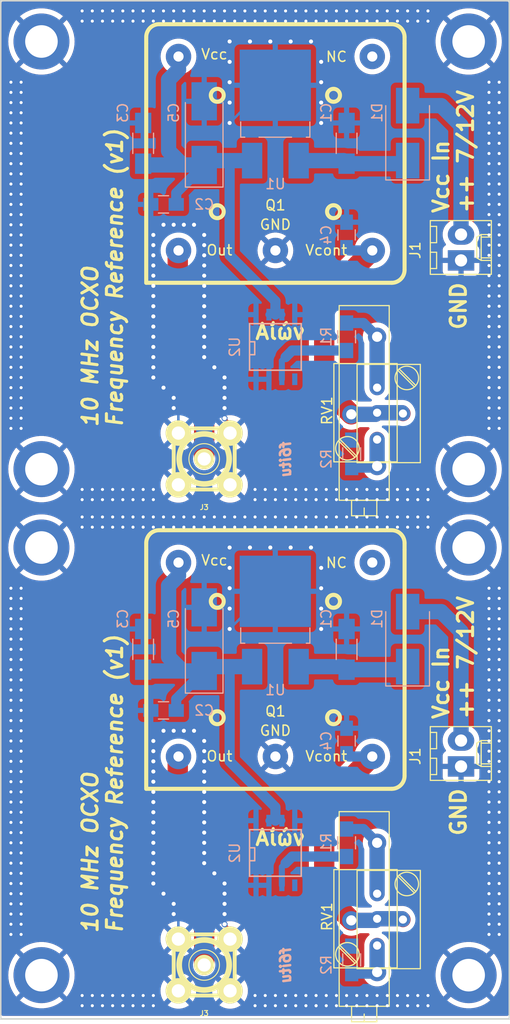
<source format=kicad_pcb>
(kicad_pcb (version 20221018) (generator pcbnew)
  (layers (0 "F.Cu" signal) (31 "B.Cu" signal) (34 "B.Paste" user) (35 "F.Paste" user) (36 "B.SilkS" user "B.Silkscreen") (37 "F.SilkS" user "F.Silkscreen") (38 "B.Mask" user) (39 "F.Mask" user) (44 "Edge.Cuts" user))
  (net 0 "")
  (net 1 "+12V")
  (net 2 "GND")
  (net 3 "Net-(C2-Pad1)")
  (net 4 "Net-(C4-Pad1)")
  (net 5 "Net-(D1-Pad2)")
  (net 6 "Net-(J3-Pad1)")
  (net 7 "Net-(R1-Pad1)")
  (net 8 "Net-(R1-Pad2)")
  (net 9 "Net-(R2-Pad1)")
  (footprint "Connectors_Molex:Molex_KK-6410-02_02x2.54mm_Straight" (layer "F.Cu") (at 125.25 70.5 90)
    (fp_text reference "J1")
    (fp_text value "Conn_01x02" hide)
  )
  (footprint "MountingHole:MountingHole_3.2mm_M3_ISO14580_Pad" (layer "F.Cu") (at 126 49)
    (fp_text reference "J2" hide)
    (fp_text value "Conn_01x01" hide)
  )
  (footprint "SMA_PINS:SMA_PINS" (layer "F.Cu") (at 100 90)
    (fp_text reference "J3")
    (fp_text value "Conn_Coaxial" hide)
  )
  (footprint "MountingHole:MountingHole_3.2mm_M3_ISO14580_Pad" (layer "F.Cu") (at 126 91)
    (fp_text reference "J5" hide)
    (fp_text value "Conn_01x01" hide)
  )
  (footprint "MountingHole:MountingHole_3.2mm_M3_ISO14580_Pad" (layer "F.Cu") (at 84 91)
    (fp_text reference "J6" hide)
    (fp_text value "Conn_01x01" hide)
  )
  (footprint "ENE3311:ENE3311" (layer "F.Cu") (at 107 60)
    (fp_text reference "Q1")
    (fp_text value "ENE3311 OCXO")
  )
  (footprint "Potentiometers:Potentiometer_Trimmer_Vishay_43" (layer "F.Cu") (at 117 78 90)
    (fp_text reference "RV1")
    (fp_text value "5k")
  )
  (footprint "Potentiometers:Potentiometer_Trimmer_Bourns_3299Y" (layer "F.Cu") (at 117 83 90)
    (fp_text reference "RV2" hide)
    (fp_text value "5k")
  )
  (footprint "Potentiometers:Potentiometer_Trimmer_Bourns_3299W" (layer "F.Cu") (at 117 88 -90)
    (fp_text reference "RV3" hide)
    (fp_text value "5k")
  )
  (footprint "via:via" (layer "F.Cu") (at 81 53)
    (fp_text reference "REF**" hide)
    (fp_text value "via" hide)
  )
  (footprint "via:via" (layer "F.Cu") (at 82 53)
    (fp_text reference "REF**" hide)
    (fp_text value "via" hide)
  )
  (footprint "via:via" (layer "F.Cu") (at 81 54)
    (fp_text reference "REF**" hide)
    (fp_text value "via" hide)
  )
  (footprint "via:via" (layer "F.Cu") (at 82 54)
    (fp_text reference "REF**" hide)
    (fp_text value "via" hide)
  )
  (footprint "via:via" (layer "F.Cu") (at 81 55)
    (fp_text reference "REF**" hide)
    (fp_text value "via" hide)
  )
  (footprint "via:via" (layer "F.Cu") (at 82 55)
    (fp_text reference "REF**" hide)
    (fp_text value "via" hide)
  )
  (footprint "via:via" (layer "F.Cu") (at 81 56)
    (fp_text reference "REF**" hide)
    (fp_text value "via" hide)
  )
  (footprint "via:via" (layer "F.Cu") (at 82 56)
    (fp_text reference "REF**" hide)
    (fp_text value "via" hide)
  )
  (footprint "via:via" (layer "F.Cu") (at 81 57)
    (fp_text reference "REF**" hide)
    (fp_text value "via" hide)
  )
  (footprint "via:via" (layer "F.Cu") (at 82 57)
    (fp_text reference "REF**" hide)
    (fp_text value "via" hide)
  )
  (footprint "via:via" (layer "F.Cu") (at 81 58)
    (fp_text reference "REF**" hide)
    (fp_text value "via" hide)
  )
  (footprint "via:via" (layer "F.Cu") (at 82 58)
    (fp_text reference "REF**" hide)
    (fp_text value "via" hide)
  )
  (footprint "via:via" (layer "F.Cu") (at 81 59)
    (fp_text reference "REF**" hide)
    (fp_text value "via" hide)
  )
  (footprint "via:via" (layer "F.Cu") (at 82 59)
    (fp_text reference "REF**" hide)
    (fp_text value "via" hide)
  )
  (footprint "via:via" (layer "F.Cu") (at 81 60)
    (fp_text reference "REF**" hide)
    (fp_text value "via" hide)
  )
  (footprint "via:via" (layer "F.Cu") (at 82 60)
    (fp_text reference "REF**" hide)
    (fp_text value "via" hide)
  )
  (footprint "via:via" (layer "F.Cu") (at 81 61)
    (fp_text reference "REF**" hide)
    (fp_text value "via" hide)
  )
  (footprint "via:via" (layer "F.Cu") (at 82 61)
    (fp_text reference "REF**" hide)
    (fp_text value "via" hide)
  )
  (footprint "via:via" (layer "F.Cu") (at 81 62)
    (fp_text reference "REF**" hide)
    (fp_text value "via" hide)
  )
  (footprint "via:via" (layer "F.Cu") (at 82 62)
    (fp_text reference "REF**" hide)
    (fp_text value "via" hide)
  )
  (footprint "via:via" (layer "F.Cu") (at 81 63)
    (fp_text reference "REF**" hide)
    (fp_text value "via" hide)
  )
  (footprint "via:via" (layer "F.Cu") (at 82 63)
    (fp_text reference "REF**" hide)
    (fp_text value "via" hide)
  )
  (footprint "via:via" (layer "F.Cu") (at 81 64)
    (fp_text reference "REF**" hide)
    (fp_text value "via" hide)
  )
  (footprint "via:via" (layer "F.Cu") (at 82 64)
    (fp_text reference "REF**" hide)
    (fp_text value "via" hide)
  )
  (footprint "via:via" (layer "F.Cu") (at 81 65)
    (fp_text reference "REF**" hide)
    (fp_text value "via" hide)
  )
  (footprint "via:via" (layer "F.Cu") (at 82 65)
    (fp_text reference "REF**" hide)
    (fp_text value "via" hide)
  )
  (footprint "via:via" (layer "F.Cu") (at 81 66)
    (fp_text reference "REF**" hide)
    (fp_text value "via" hide)
  )
  (footprint "via:via" (layer "F.Cu") (at 82 66)
    (fp_text reference "REF**" hide)
    (fp_text value "via" hide)
  )
  (footprint "via:via" (layer "F.Cu") (at 81 67)
    (fp_text reference "REF**" hide)
    (fp_text value "via" hide)
  )
  (footprint "via:via" (layer "F.Cu") (at 82 67)
    (fp_text reference "REF**" hide)
    (fp_text value "via" hide)
  )
  (footprint "via:via" (layer "F.Cu") (at 81 68)
    (fp_text reference "REF**" hide)
    (fp_text value "via" hide)
  )
  (footprint "via:via" (layer "F.Cu") (at 82 68)
    (fp_text reference "REF**" hide)
    (fp_text value "via" hide)
  )
  (footprint "via:via" (layer "F.Cu") (at 81 69)
    (fp_text reference "REF**" hide)
    (fp_text value "via" hide)
  )
  (footprint "via:via" (layer "F.Cu") (at 82 69)
    (fp_text reference "REF**" hide)
    (fp_text value "via" hide)
  )
  (footprint "via:via" (layer "F.Cu") (at 81 70)
    (fp_text reference "REF**" hide)
    (fp_text value "via" hide)
  )
  (footprint "via:via" (layer "F.Cu") (at 82 70)
    (fp_text reference "REF**" hide)
    (fp_text value "via" hide)
  )
  (footprint "via:via" (layer "F.Cu") (at 81 71)
    (fp_text reference "REF**" hide)
    (fp_text value "via" hide)
  )
  (footprint "via:via" (layer "F.Cu") (at 82 71)
    (fp_text reference "REF**" hide)
    (fp_text value "via" hide)
  )
  (footprint "via:via" (layer "F.Cu") (at 81 72)
    (fp_text reference "REF**" hide)
    (fp_text value "via" hide)
  )
  (footprint "via:via" (layer "F.Cu") (at 82 72)
    (fp_text reference "REF**" hide)
    (fp_text value "via" hide)
  )
  (footprint "via:via" (layer "F.Cu") (at 81 73)
    (fp_text reference "REF**" hide)
    (fp_text value "via" hide)
  )
  (footprint "via:via" (layer "F.Cu") (at 82 73)
    (fp_text reference "REF**" hide)
    (fp_text value "via" hide)
  )
  (footprint "via:via" (layer "F.Cu") (at 81 74)
    (fp_text reference "REF**" hide)
    (fp_text value "via" hide)
  )
  (footprint "via:via" (layer "F.Cu") (at 82 74)
    (fp_text reference "REF**" hide)
    (fp_text value "via" hide)
  )
  (footprint "via:via" (layer "F.Cu") (at 81 75)
    (fp_text reference "REF**" hide)
    (fp_text value "via" hide)
  )
  (footprint "via:via" (layer "F.Cu") (at 82 75)
    (fp_text reference "REF**" hide)
    (fp_text value "via" hide)
  )
  (footprint "via:via" (layer "F.Cu") (at 81 76)
    (fp_text reference "REF**" hide)
    (fp_text value "via" hide)
  )
  (footprint "via:via" (layer "F.Cu") (at 82 76)
    (fp_text reference "REF**" hide)
    (fp_text value "via" hide)
  )
  (footprint "via:via" (layer "F.Cu") (at 81 77)
    (fp_text reference "REF**" hide)
    (fp_text value "via" hide)
  )
  (footprint "via:via" (layer "F.Cu") (at 82 77)
    (fp_text reference "REF**" hide)
    (fp_text value "via" hide)
  )
  (footprint "via:via" (layer "F.Cu") (at 81 78)
    (fp_text reference "REF**" hide)
    (fp_text value "via" hide)
  )
  (footprint "via:via" (layer "F.Cu") (at 82 78)
    (fp_text reference "REF**" hide)
    (fp_text value "via" hide)
  )
  (footprint "via:via" (layer "F.Cu") (at 81 79)
    (fp_text reference "REF**" hide)
    (fp_text value "via" hide)
  )
  (footprint "via:via" (layer "F.Cu") (at 82 79)
    (fp_text reference "REF**" hide)
    (fp_text value "via" hide)
  )
  (footprint "via:via" (layer "F.Cu") (at 81 80)
    (fp_text reference "REF**" hide)
    (fp_text value "via" hide)
  )
  (footprint "via:via" (layer "F.Cu") (at 82 80)
    (fp_text reference "REF**" hide)
    (fp_text value "via" hide)
  )
  (footprint "via:via" (layer "F.Cu") (at 81 81)
    (fp_text reference "REF**" hide)
    (fp_text value "via" hide)
  )
  (footprint "via:via" (layer "F.Cu") (at 82 81)
    (fp_text reference "REF**" hide)
    (fp_text value "via" hide)
  )
  (footprint "via:via" (layer "F.Cu") (at 81 82)
    (fp_text reference "REF**" hide)
    (fp_text value "via" hide)
  )
  (footprint "via:via" (layer "F.Cu") (at 82 82)
    (fp_text reference "REF**" hide)
    (fp_text value "via" hide)
  )
  (footprint "via:via" (layer "F.Cu") (at 81 83)
    (fp_text reference "REF**" hide)
    (fp_text value "via" hide)
  )
  (footprint "via:via" (layer "F.Cu") (at 82 83)
    (fp_text reference "REF**" hide)
    (fp_text value "via" hide)
  )
  (footprint "via:via" (layer "F.Cu") (at 81 84)
    (fp_text reference "REF**" hide)
    (fp_text value "via" hide)
  )
  (footprint "via:via" (layer "F.Cu") (at 82 84)
    (fp_text reference "REF**" hide)
    (fp_text value "via" hide)
  )
  (footprint "via:via" (layer "F.Cu") (at 81 85)
    (fp_text reference "REF**" hide)
    (fp_text value "via" hide)
  )
  (footprint "via:via" (layer "F.Cu") (at 82 85)
    (fp_text reference "REF**" hide)
    (fp_text value "via" hide)
  )
  (footprint "via:via" (layer "F.Cu") (at 81 86)
    (fp_text reference "REF**" hide)
    (fp_text value "via" hide)
  )
  (footprint "via:via" (layer "F.Cu") (at 82 86)
    (fp_text reference "REF**" hide)
    (fp_text value "via" hide)
  )
  (footprint "via:via" (layer "F.Cu") (at 81 87)
    (fp_text reference "REF**" hide)
    (fp_text value "via" hide)
  )
  (footprint "via:via" (layer "F.Cu") (at 82 87)
    (fp_text reference "REF**" hide)
    (fp_text value "via" hide)
  )
  (footprint "via:via" (layer "F.Cu") (at 88 93)
    (fp_text reference "REF**" hide)
    (fp_text value "via" hide)
  )
  (footprint "via:via" (layer "F.Cu") (at 89 93)
    (fp_text reference "REF**" hide)
    (fp_text value "via" hide)
  )
  (footprint "via:via" (layer "F.Cu") (at 90 93)
    (fp_text reference "REF**" hide)
    (fp_text value "via" hide)
  )
  (footprint "via:via" (layer "F.Cu") (at 91 93)
    (fp_text reference "REF**" hide)
    (fp_text value "via" hide)
  )
  (footprint "via:via" (layer "F.Cu") (at 92 93)
    (fp_text reference "REF**" hide)
    (fp_text value "via" hide)
  )
  (footprint "via:via" (layer "F.Cu") (at 93 93)
    (fp_text reference "REF**" hide)
    (fp_text value "via" hide)
  )
  (footprint "via:via" (layer "F.Cu") (at 94 93)
    (fp_text reference "REF**" hide)
    (fp_text value "via" hide)
  )
  (footprint "via:via" (layer "F.Cu") (at 95 93)
    (fp_text reference "REF**" hide)
    (fp_text value "via" hide)
  )
  (footprint "via:via" (layer "F.Cu") (at 88 94)
    (fp_text reference "REF**" hide)
    (fp_text value "via" hide)
  )
  (footprint "via:via" (layer "F.Cu") (at 89 94)
    (fp_text reference "REF**" hide)
    (fp_text value "via" hide)
  )
  (footprint "via:via" (layer "F.Cu") (at 90 94)
    (fp_text reference "REF**" hide)
    (fp_text value "via" hide)
  )
  (footprint "via:via" (layer "F.Cu") (at 91 94)
    (fp_text reference "REF**" hide)
    (fp_text value "via" hide)
  )
  (footprint "via:via" (layer "F.Cu") (at 92 94)
    (fp_text reference "REF**" hide)
    (fp_text value "via" hide)
  )
  (footprint "via:via" (layer "F.Cu") (at 93 94)
    (fp_text reference "REF**" hide)
    (fp_text value "via" hide)
  )
  (footprint "via:via" (layer "F.Cu") (at 94 94)
    (fp_text reference "REF**" hide)
    (fp_text value "via" hide)
  )
  (footprint "via:via" (layer "F.Cu") (at 95 94)
    (fp_text reference "REF**" hide)
    (fp_text value "via" hide)
  )
  (footprint "via:via" (layer "F.Cu") (at 128 74)
    (fp_text reference "REF**" hide)
    (fp_text value "via" hide)
  )
  (footprint "via:via" (layer "F.Cu") (at 128 75)
    (fp_text reference "REF**" hide)
    (fp_text value "via" hide)
  )
  (footprint "via:via" (layer "F.Cu") (at 128 76)
    (fp_text reference "REF**" hide)
    (fp_text value "via" hide)
  )
  (footprint "via:via" (layer "F.Cu") (at 128 77)
    (fp_text reference "REF**" hide)
    (fp_text value "via" hide)
  )
  (footprint "via:via" (layer "F.Cu") (at 128 78)
    (fp_text reference "REF**" hide)
    (fp_text value "via" hide)
  )
  (footprint "via:via" (layer "F.Cu") (at 128 79)
    (fp_text reference "REF**" hide)
    (fp_text value "via" hide)
  )
  (footprint "via:via" (layer "F.Cu") (at 128 80)
    (fp_text reference "REF**" hide)
    (fp_text value "via" hide)
  )
  (footprint "via:via" (layer "F.Cu") (at 128 81)
    (fp_text reference "REF**" hide)
    (fp_text value "via" hide)
  )
  (footprint "via:via" (layer "F.Cu") (at 128 82)
    (fp_text reference "REF**" hide)
    (fp_text value "via" hide)
  )
  (footprint "via:via" (layer "F.Cu") (at 128 83)
    (fp_text reference "REF**" hide)
    (fp_text value "via" hide)
  )
  (footprint "via:via" (layer "F.Cu") (at 128 84)
    (fp_text reference "REF**" hide)
    (fp_text value "via" hide)
  )
  (footprint "via:via" (layer "F.Cu") (at 128 85)
    (fp_text reference "REF**" hide)
    (fp_text value "via" hide)
  )
  (footprint "via:via" (layer "F.Cu") (at 128 86)
    (fp_text reference "REF**" hide)
    (fp_text value "via" hide)
  )
  (footprint "via:via" (layer "F.Cu") (at 128 87)
    (fp_text reference "REF**" hide)
    (fp_text value "via" hide)
  )
  (footprint "via:via" (layer "F.Cu") (at 88 46)
    (fp_text reference "REF**" hide)
    (fp_text value "via" hide)
  )
  (footprint "via:via" (layer "F.Cu") (at 89 46)
    (fp_text reference "REF**" hide)
    (fp_text value "via" hide)
  )
  (footprint "via:via" (layer "F.Cu") (at 90 46)
    (fp_text reference "REF**" hide)
    (fp_text value "via" hide)
  )
  (footprint "via:via" (layer "F.Cu") (at 91 46)
    (fp_text reference "REF**" hide)
    (fp_text value "via" hide)
  )
  (footprint "via:via" (layer "F.Cu") (at 92 46)
    (fp_text reference "REF**" hide)
    (fp_text value "via" hide)
  )
  (footprint "via:via" (layer "F.Cu") (at 93 46)
    (fp_text reference "REF**" hide)
    (fp_text value "via" hide)
  )
  (footprint "via:via" (layer "F.Cu") (at 94 46)
    (fp_text reference "REF**" hide)
    (fp_text value "via" hide)
  )
  (footprint "via:via" (layer "F.Cu") (at 95 46)
    (fp_text reference "REF**" hide)
    (fp_text value "via" hide)
  )
  (footprint "via:via" (layer "F.Cu") (at 96 46)
    (fp_text reference "REF**" hide)
    (fp_text value "via" hide)
  )
  (footprint "via:via" (layer "F.Cu") (at 97 46)
    (fp_text reference "REF**" hide)
    (fp_text value "via" hide)
  )
  (footprint "via:via" (layer "F.Cu") (at 98 46)
    (fp_text reference "REF**" hide)
    (fp_text value "via" hide)
  )
  (footprint "via:via" (layer "F.Cu") (at 99 46)
    (fp_text reference "REF**" hide)
    (fp_text value "via" hide)
  )
  (footprint "via:via" (layer "F.Cu") (at 100 46)
    (fp_text reference "REF**" hide)
    (fp_text value "via" hide)
  )
  (footprint "via:via" (layer "F.Cu") (at 101 46)
    (fp_text reference "REF**" hide)
    (fp_text value "via" hide)
  )
  (footprint "via:via" (layer "F.Cu") (at 102 46)
    (fp_text reference "REF**" hide)
    (fp_text value "via" hide)
  )
  (footprint "via:via" (layer "F.Cu") (at 103 46)
    (fp_text reference "REF**" hide)
    (fp_text value "via" hide)
  )
  (footprint "via:via" (layer "F.Cu") (at 104 46)
    (fp_text reference "REF**" hide)
    (fp_text value "via" hide)
  )
  (footprint "via:via" (layer "F.Cu") (at 105 46)
    (fp_text reference "REF**" hide)
    (fp_text value "via" hide)
  )
  (footprint "via:via" (layer "F.Cu") (at 106 46)
    (fp_text reference "REF**" hide)
    (fp_text value "via" hide)
  )
  (footprint "via:via" (layer "F.Cu") (at 107 46)
    (fp_text reference "REF**" hide)
    (fp_text value "via" hide)
  )
  (footprint "via:via" (layer "F.Cu") (at 108 46)
    (fp_text reference "REF**" hide)
    (fp_text value "via" hide)
  )
  (footprint "via:via" (layer "F.Cu") (at 109 46)
    (fp_text reference "REF**" hide)
    (fp_text value "via" hide)
  )
  (footprint "via:via" (layer "F.Cu") (at 110 46)
    (fp_text reference "REF**" hide)
    (fp_text value "via" hide)
  )
  (footprint "via:via" (layer "F.Cu") (at 111 46)
    (fp_text reference "REF**" hide)
    (fp_text value "via" hide)
  )
  (footprint "via:via" (layer "F.Cu") (at 112 46)
    (fp_text reference "REF**" hide)
    (fp_text value "via" hide)
  )
  (footprint "via:via" (layer "F.Cu") (at 113 46)
    (fp_text reference "REF**" hide)
    (fp_text value "via" hide)
  )
  (footprint "via:via" (layer "F.Cu") (at 114 46)
    (fp_text reference "REF**" hide)
    (fp_text value "via" hide)
  )
  (footprint "via:via" (layer "F.Cu") (at 115 46)
    (fp_text reference "REF**" hide)
    (fp_text value "via" hide)
  )
  (footprint "via:via" (layer "F.Cu") (at 116 46)
    (fp_text reference "REF**" hide)
    (fp_text value "via" hide)
  )
  (footprint "via:via" (layer "F.Cu") (at 117 46)
    (fp_text reference "REF**" hide)
    (fp_text value "via" hide)
  )
  (footprint "via:via" (layer "F.Cu") (at 118 46)
    (fp_text reference "REF**" hide)
    (fp_text value "via" hide)
  )
  (footprint "via:via" (layer "F.Cu") (at 119 46)
    (fp_text reference "REF**" hide)
    (fp_text value "via" hide)
  )
  (footprint "via:via" (layer "F.Cu") (at 120 46)
    (fp_text reference "REF**" hide)
    (fp_text value "via" hide)
  )
  (footprint "via:via" (layer "F.Cu") (at 121 46)
    (fp_text reference "REF**" hide)
    (fp_text value "via" hide)
  )
  (footprint "via:via" (layer "F.Cu") (at 122 46)
    (fp_text reference "REF**" hide)
    (fp_text value "via" hide)
  )
  (footprint "via:via" (layer "F.Cu") (at 88 47)
    (fp_text reference "REF**" hide)
    (fp_text value "via" hide)
  )
  (footprint "via:via" (layer "F.Cu") (at 89 47)
    (fp_text reference "REF**" hide)
    (fp_text value "via" hide)
  )
  (footprint "via:via" (layer "F.Cu") (at 90 47)
    (fp_text reference "REF**" hide)
    (fp_text value "via" hide)
  )
  (footprint "via:via" (layer "F.Cu") (at 91 47)
    (fp_text reference "REF**" hide)
    (fp_text value "via" hide)
  )
  (footprint "via:via" (layer "F.Cu") (at 92 47)
    (fp_text reference "REF**" hide)
    (fp_text value "via" hide)
  )
  (footprint "via:via" (layer "F.Cu") (at 93 47)
    (fp_text reference "REF**" hide)
    (fp_text value "via" hide)
  )
  (footprint "via:via" (layer "F.Cu") (at 94 47)
    (fp_text reference "REF**" hide)
    (fp_text value "via" hide)
  )
  (footprint "via:via" (layer "F.Cu") (at 95 47)
    (fp_text reference "REF**" hide)
    (fp_text value "via" hide)
  )
  (footprint "via:via" (layer "F.Cu") (at 96 47)
    (fp_text reference "REF**" hide)
    (fp_text value "via" hide)
  )
  (footprint "via:via" (layer "F.Cu") (at 97 47)
    (fp_text reference "REF**" hide)
    (fp_text value "via" hide)
  )
  (footprint "via:via" (layer "F.Cu") (at 98 47)
    (fp_text reference "REF**" hide)
    (fp_text value "via" hide)
  )
  (footprint "via:via" (layer "F.Cu") (at 99 47)
    (fp_text reference "REF**" hide)
    (fp_text value "via" hide)
  )
  (footprint "via:via" (layer "F.Cu") (at 100 47)
    (fp_text reference "REF**" hide)
    (fp_text value "via" hide)
  )
  (footprint "via:via" (layer "F.Cu") (at 101 47)
    (fp_text reference "REF**" hide)
    (fp_text value "via" hide)
  )
  (footprint "via:via" (layer "F.Cu") (at 102 47)
    (fp_text reference "REF**" hide)
    (fp_text value "via" hide)
  )
  (footprint "via:via" (layer "F.Cu") (at 103 47)
    (fp_text reference "REF**" hide)
    (fp_text value "via" hide)
  )
  (footprint "via:via" (layer "F.Cu") (at 104 47)
    (fp_text reference "REF**" hide)
    (fp_text value "via" hide)
  )
  (footprint "via:via" (layer "F.Cu") (at 105 47)
    (fp_text reference "REF**" hide)
    (fp_text value "via" hide)
  )
  (footprint "via:via" (layer "F.Cu") (at 106 47)
    (fp_text reference "REF**" hide)
    (fp_text value "via" hide)
  )
  (footprint "via:via" (layer "F.Cu") (at 107 47)
    (fp_text reference "REF**" hide)
    (fp_text value "via" hide)
  )
  (footprint "via:via" (layer "F.Cu") (at 108 47)
    (fp_text reference "REF**" hide)
    (fp_text value "via" hide)
  )
  (footprint "via:via" (layer "F.Cu") (at 109 47)
    (fp_text reference "REF**" hide)
    (fp_text value "via" hide)
  )
  (footprint "via:via" (layer "F.Cu") (at 110 47)
    (fp_text reference "REF**" hide)
    (fp_text value "via" hide)
  )
  (footprint "via:via" (layer "F.Cu") (at 111 47)
    (fp_text reference "REF**" hide)
    (fp_text value "via" hide)
  )
  (footprint "via:via" (layer "F.Cu") (at 112 47)
    (fp_text reference "REF**" hide)
    (fp_text value "via" hide)
  )
  (footprint "via:via" (layer "F.Cu") (at 113 47)
    (fp_text reference "REF**" hide)
    (fp_text value "via" hide)
  )
  (footprint "via:via" (layer "F.Cu") (at 114 47)
    (fp_text reference "REF**" hide)
    (fp_text value "via" hide)
  )
  (footprint "via:via" (layer "F.Cu") (at 115 47)
    (fp_text reference "REF**" hide)
    (fp_text value "via" hide)
  )
  (footprint "via:via" (layer "F.Cu") (at 116 47)
    (fp_text reference "REF**" hide)
    (fp_text value "via" hide)
  )
  (footprint "via:via" (layer "F.Cu") (at 117 47)
    (fp_text reference "REF**" hide)
    (fp_text value "via" hide)
  )
  (footprint "via:via" (layer "F.Cu") (at 118 47)
    (fp_text reference "REF**" hide)
    (fp_text value "via" hide)
  )
  (footprint "via:via" (layer "F.Cu") (at 119 47)
    (fp_text reference "REF**" hide)
    (fp_text value "via" hide)
  )
  (footprint "via:via" (layer "F.Cu") (at 120 47)
    (fp_text reference "REF**" hide)
    (fp_text value "via" hide)
  )
  (footprint "via:via" (layer "F.Cu") (at 121 47)
    (fp_text reference "REF**" hide)
    (fp_text value "via" hide)
  )
  (footprint "via:via" (layer "F.Cu") (at 122 47)
    (fp_text reference "REF**" hide)
    (fp_text value "via" hide)
  )
  (footprint "via:via" (layer "F.Cu") (at 128 53)
    (fp_text reference "REF**" hide)
    (fp_text value "via" hide)
  )
  (footprint "via:via" (layer "F.Cu") (at 129 53)
    (fp_text reference "REF**" hide)
    (fp_text value "via" hide)
  )
  (footprint "via:via" (layer "F.Cu") (at 128 54)
    (fp_text reference "REF**" hide)
    (fp_text value "via" hide)
  )
  (footprint "via:via" (layer "F.Cu") (at 129 54)
    (fp_text reference "REF**" hide)
    (fp_text value "via" hide)
  )
  (footprint "via:via" (layer "F.Cu") (at 128 55)
    (fp_text reference "REF**" hide)
    (fp_text value "via" hide)
  )
  (footprint "via:via" (layer "F.Cu") (at 129 55)
    (fp_text reference "REF**" hide)
    (fp_text value "via" hide)
  )
  (footprint "via:via" (layer "F.Cu") (at 128 56)
    (fp_text reference "REF**" hide)
    (fp_text value "via" hide)
  )
  (footprint "via:via" (layer "F.Cu") (at 129 56)
    (fp_text reference "REF**" hide)
    (fp_text value "via" hide)
  )
  (footprint "via:via" (layer "F.Cu") (at 128 57)
    (fp_text reference "REF**" hide)
    (fp_text value "via" hide)
  )
  (footprint "via:via" (layer "F.Cu") (at 129 57)
    (fp_text reference "REF**" hide)
    (fp_text value "via" hide)
  )
  (footprint "via:via" (layer "F.Cu") (at 128 58)
    (fp_text reference "REF**" hide)
    (fp_text value "via" hide)
  )
  (footprint "via:via" (layer "F.Cu") (at 129 58)
    (fp_text reference "REF**" hide)
    (fp_text value "via" hide)
  )
  (footprint "via:via" (layer "F.Cu") (at 128 59)
    (fp_text reference "REF**" hide)
    (fp_text value "via" hide)
  )
  (footprint "via:via" (layer "F.Cu") (at 129 59)
    (fp_text reference "REF**" hide)
    (fp_text value "via" hide)
  )
  (footprint "via:via" (layer "F.Cu") (at 128 60)
    (fp_text reference "REF**" hide)
    (fp_text value "via" hide)
  )
  (footprint "via:via" (layer "F.Cu") (at 129 60)
    (fp_text reference "REF**" hide)
    (fp_text value "via" hide)
  )
  (footprint "via:via" (layer "F.Cu") (at 128 61)
    (fp_text reference "REF**" hide)
    (fp_text value "via" hide)
  )
  (footprint "via:via" (layer "F.Cu") (at 129 61)
    (fp_text reference "REF**" hide)
    (fp_text value "via" hide)
  )
  (footprint "via:via" (layer "F.Cu") (at 128 62)
    (fp_text reference "REF**" hide)
    (fp_text value "via" hide)
  )
  (footprint "via:via" (layer "F.Cu") (at 129 62)
    (fp_text reference "REF**" hide)
    (fp_text value "via" hide)
  )
  (footprint "via:via" (layer "F.Cu") (at 128 63)
    (fp_text reference "REF**" hide)
    (fp_text value "via" hide)
  )
  (footprint "via:via" (layer "F.Cu") (at 129 63)
    (fp_text reference "REF**" hide)
    (fp_text value "via" hide)
  )
  (footprint "via:via" (layer "F.Cu") (at 128 64)
    (fp_text reference "REF**" hide)
    (fp_text value "via" hide)
  )
  (footprint "via:via" (layer "F.Cu") (at 129 64)
    (fp_text reference "REF**" hide)
    (fp_text value "via" hide)
  )
  (footprint "via:via" (layer "F.Cu") (at 128 65)
    (fp_text reference "REF**" hide)
    (fp_text value "via" hide)
  )
  (footprint "via:via" (layer "F.Cu") (at 129 65)
    (fp_text reference "REF**" hide)
    (fp_text value "via" hide)
  )
  (footprint "via:via" (layer "F.Cu") (at 128 66)
    (fp_text reference "REF**" hide)
    (fp_text value "via" hide)
  )
  (footprint "via:via" (layer "F.Cu") (at 129 66)
    (fp_text reference "REF**" hide)
    (fp_text value "via" hide)
  )
  (footprint "via:via" (layer "F.Cu") (at 128 67)
    (fp_text reference "REF**" hide)
    (fp_text value "via" hide)
  )
  (footprint "via:via" (layer "F.Cu") (at 129 67)
    (fp_text reference "REF**" hide)
    (fp_text value "via" hide)
  )
  (footprint "via:via" (layer "F.Cu") (at 128 68)
    (fp_text reference "REF**" hide)
    (fp_text value "via" hide)
  )
  (footprint "via:via" (layer "F.Cu") (at 129 68)
    (fp_text reference "REF**" hide)
    (fp_text value "via" hide)
  )
  (footprint "via:via" (layer "F.Cu") (at 128 69)
    (fp_text reference "REF**" hide)
    (fp_text value "via" hide)
  )
  (footprint "via:via" (layer "F.Cu") (at 129 69)
    (fp_text reference "REF**" hide)
    (fp_text value "via" hide)
  )
  (footprint "via:via" (layer "F.Cu") (at 128 70)
    (fp_text reference "REF**" hide)
    (fp_text value "via" hide)
  )
  (footprint "via:via" (layer "F.Cu") (at 129 70)
    (fp_text reference "REF**" hide)
    (fp_text value "via" hide)
  )
  (footprint "via:via" (layer "F.Cu") (at 128 71)
    (fp_text reference "REF**" hide)
    (fp_text value "via" hide)
  )
  (footprint "via:via" (layer "F.Cu") (at 129 71)
    (fp_text reference "REF**" hide)
    (fp_text value "via" hide)
  )
  (footprint "via:via" (layer "F.Cu") (at 128 72)
    (fp_text reference "REF**" hide)
    (fp_text value "via" hide)
  )
  (footprint "via:via" (layer "F.Cu") (at 129 72)
    (fp_text reference "REF**" hide)
    (fp_text value "via" hide)
  )
  (footprint "via:via" (layer "F.Cu") (at 128 73)
    (fp_text reference "REF**" hide)
    (fp_text value "via" hide)
  )
  (footprint "via:via" (layer "F.Cu") (at 129 73)
    (fp_text reference "REF**" hide)
    (fp_text value "via" hide)
  )
  (footprint "via:via" (layer "F.Cu") (at 128 74)
    (fp_text reference "REF**" hide)
    (fp_text value "via" hide)
  )
  (footprint "via:via" (layer "F.Cu") (at 129 74)
    (fp_text reference "REF**" hide)
    (fp_text value "via" hide)
  )
  (footprint "via:via" (layer "F.Cu") (at 128 75)
    (fp_text reference "REF**" hide)
    (fp_text value "via" hide)
  )
  (footprint "via:via" (layer "F.Cu") (at 129 75)
    (fp_text reference "REF**" hide)
    (fp_text value "via" hide)
  )
  (footprint "via:via" (layer "F.Cu") (at 128 76)
    (fp_text reference "REF**" hide)
    (fp_text value "via" hide)
  )
  (footprint "via:via" (layer "F.Cu") (at 129 76)
    (fp_text reference "REF**" hide)
    (fp_text value "via" hide)
  )
  (footprint "via:via" (layer "F.Cu") (at 128 77)
    (fp_text reference "REF**" hide)
    (fp_text value "via" hide)
  )
  (footprint "via:via" (layer "F.Cu") (at 129 77)
    (fp_text reference "REF**" hide)
    (fp_text value "via" hide)
  )
  (footprint "via:via" (layer "F.Cu") (at 128 78)
    (fp_text reference "REF**" hide)
    (fp_text value "via" hide)
  )
  (footprint "via:via" (layer "F.Cu") (at 129 78)
    (fp_text reference "REF**" hide)
    (fp_text value "via" hide)
  )
  (footprint "via:via" (layer "F.Cu") (at 128 79)
    (fp_text reference "REF**" hide)
    (fp_text value "via" hide)
  )
  (footprint "via:via" (layer "F.Cu") (at 129 79)
    (fp_text reference "REF**" hide)
    (fp_text value "via" hide)
  )
  (footprint "via:via" (layer "F.Cu") (at 128 80)
    (fp_text reference "REF**" hide)
    (fp_text value "via" hide)
  )
  (footprint "via:via" (layer "F.Cu") (at 129 80)
    (fp_text reference "REF**" hide)
    (fp_text value "via" hide)
  )
  (footprint "via:via" (layer "F.Cu") (at 128 81)
    (fp_text reference "REF**" hide)
    (fp_text value "via" hide)
  )
  (footprint "via:via" (layer "F.Cu") (at 129 81)
    (fp_text reference "REF**" hide)
    (fp_text value "via" hide)
  )
  (footprint "via:via" (layer "F.Cu") (at 128 82)
    (fp_text reference "REF**" hide)
    (fp_text value "via" hide)
  )
  (footprint "via:via" (layer "F.Cu") (at 129 82)
    (fp_text reference "REF**" hide)
    (fp_text value "via" hide)
  )
  (footprint "via:via" (layer "F.Cu") (at 128 83)
    (fp_text reference "REF**" hide)
    (fp_text value "via" hide)
  )
  (footprint "via:via" (layer "F.Cu") (at 129 83)
    (fp_text reference "REF**" hide)
    (fp_text value "via" hide)
  )
  (footprint "via:via" (layer "F.Cu") (at 128 84)
    (fp_text reference "REF**" hide)
    (fp_text value "via" hide)
  )
  (footprint "via:via" (layer "F.Cu") (at 129 84)
    (fp_text reference "REF**" hide)
    (fp_text value "via" hide)
  )
  (footprint "via:via" (layer "F.Cu") (at 128 85)
    (fp_text reference "REF**" hide)
    (fp_text value "via" hide)
  )
  (footprint "via:via" (layer "F.Cu") (at 129 85)
    (fp_text reference "REF**" hide)
    (fp_text value "via" hide)
  )
  (footprint "via:via" (layer "F.Cu") (at 128 86)
    (fp_text reference "REF**" hide)
    (fp_text value "via" hide)
  )
  (footprint "via:via" (layer "F.Cu") (at 129 86)
    (fp_text reference "REF**" hide)
    (fp_text value "via" hide)
  )
  (footprint "via:via" (layer "F.Cu") (at 128 87)
    (fp_text reference "REF**" hide)
    (fp_text value "via" hide)
  )
  (footprint "via:via" (layer "F.Cu") (at 129 87)
    (fp_text reference "REF**" hide)
    (fp_text value "via" hide)
  )
  (footprint "via:via" (layer "F.Cu") (at 107 93)
    (fp_text reference "REF**" hide)
    (fp_text value "via" hide)
  )
  (footprint "via:via" (layer "F.Cu") (at 105 93)
    (fp_text reference "REF**" hide)
    (fp_text value "via" hide)
  )
  (footprint "via:via" (layer "F.Cu") (at 108 94)
    (fp_text reference "REF**" hide)
    (fp_text value "via" hide)
  )
  (footprint "via:via" (layer "F.Cu") (at 105 94)
    (fp_text reference "REF**" hide)
    (fp_text value "via" hide)
  )
  (footprint "via:via" (layer "F.Cu") (at 110 93)
    (fp_text reference "REF**" hide)
    (fp_text value "via" hide)
  )
  (footprint "via:via" (layer "F.Cu") (at 109 94)
    (fp_text reference "REF**" hide)
    (fp_text value "via" hide)
  )
  (footprint "via:via" (layer "F.Cu") (at 110 94)
    (fp_text reference "REF**" hide)
    (fp_text value "via" hide)
  )
  (footprint "via:via" (layer "F.Cu") (at 106 93)
    (fp_text reference "REF**" hide)
    (fp_text value "via" hide)
  )
  (footprint "via:via" (layer "F.Cu") (at 108 93)
    (fp_text reference "REF**" hide)
    (fp_text value "via" hide)
  )
  (footprint "via:via" (layer "F.Cu") (at 107 94)
    (fp_text reference "REF**" hide)
    (fp_text value "via" hide)
  )
  (footprint "via:via" (layer "F.Cu") (at 111 94)
    (fp_text reference "REF**" hide)
    (fp_text value "via" hide)
  )
  (footprint "via:via" (layer "F.Cu") (at 109 93)
    (fp_text reference "REF**" hide)
    (fp_text value "via" hide)
  )
  (footprint "via:via" (layer "F.Cu") (at 111 93)
    (fp_text reference "REF**" hide)
    (fp_text value "via" hide)
  )
  (footprint "via:via" (layer "F.Cu") (at 106 94)
    (fp_text reference "REF**" hide)
    (fp_text value "via" hide)
  )
  (footprint "MountingHole:MountingHole_3.2mm_M3_ISO14580_Pad" (layer "F.Cu") (at 84 49)
    (fp_text reference "J2" hide)
    (fp_text value "Conn_01x01" hide)
  )
  (footprint "via:via" (layer "F.Cu") (at 112 93)
    (fp_text reference "REF**" hide)
    (fp_text value "via" hide)
  )
  (footprint "via:via" (layer "F.Cu") (at 113 93)
    (fp_text reference "REF**" hide)
    (fp_text value "via" hide)
  )
  (footprint "via:via" (layer "F.Cu") (at 114 93)
    (fp_text reference "REF**" hide)
    (fp_text value "via" hide)
  )
  (footprint "via:via" (layer "F.Cu") (at 115 93)
    (fp_text reference "REF**" hide)
    (fp_text value "via" hide)
  )
  (footprint "via:via" (layer "F.Cu") (at 116 93)
    (fp_text reference "REF**" hide)
    (fp_text value "via" hide)
  )
  (footprint "via:via" (layer "F.Cu") (at 117 93)
    (fp_text reference "REF**" hide)
    (fp_text value "via" hide)
  )
  (footprint "via:via" (layer "F.Cu") (at 118 93)
    (fp_text reference "REF**" hide)
    (fp_text value "via" hide)
  )
  (footprint "via:via" (layer "F.Cu") (at 119 93)
    (fp_text reference "REF**" hide)
    (fp_text value "via" hide)
  )
  (footprint "via:via" (layer "F.Cu") (at 120 93)
    (fp_text reference "REF**" hide)
    (fp_text value "via" hide)
  )
  (footprint "via:via" (layer "F.Cu") (at 121 93)
    (fp_text reference "REF**" hide)
    (fp_text value "via" hide)
  )
  (footprint "via:via" (layer "F.Cu") (at 122 93)
    (fp_text reference "REF**" hide)
    (fp_text value "via" hide)
  )
  (footprint "via:via" (layer "F.Cu") (at 111 94)
    (fp_text reference "REF**" hide)
    (fp_text value "via" hide)
  )
  (footprint "via:via" (layer "F.Cu") (at 112 94)
    (fp_text reference "REF**" hide)
    (fp_text value "via" hide)
  )
  (footprint "via:via" (layer "F.Cu") (at 113 94)
    (fp_text reference "REF**" hide)
    (fp_text value "via" hide)
  )
  (footprint "via:via" (layer "F.Cu") (at 114 94)
    (fp_text reference "REF**" hide)
    (fp_text value "via" hide)
  )
  (footprint "via:via" (layer "F.Cu") (at 115 94)
    (fp_text reference "REF**" hide)
    (fp_text value "via" hide)
  )
  (footprint "via:via" (layer "F.Cu") (at 116 94)
    (fp_text reference "REF**" hide)
    (fp_text value "via" hide)
  )
  (footprint "via:via" (layer "F.Cu") (at 117 94)
    (fp_text reference "REF**" hide)
    (fp_text value "via" hide)
  )
  (footprint "via:via" (layer "F.Cu") (at 118 94)
    (fp_text reference "REF**" hide)
    (fp_text value "via" hide)
  )
  (footprint "via:via" (layer "F.Cu") (at 119 94)
    (fp_text reference "REF**" hide)
    (fp_text value "via" hide)
  )
  (footprint "via:via" (layer "F.Cu") (at 120 94)
    (fp_text reference "REF**" hide)
    (fp_text value "via" hide)
  )
  (footprint "via:via" (layer "F.Cu") (at 121 94)
    (fp_text reference "REF**" hide)
    (fp_text value "via" hide)
  )
  (footprint "via:via" (layer "F.Cu") (at 122 94)
    (fp_text reference "REF**" hide)
    (fp_text value "via" hide)
  )
  (footprint "via:via" (layer "F.Cu") (at 109 95.7)
    (fp_text reference "REF**" hide)
    (fp_text value "via" hide)
  )
  (footprint "via:via" (layer "F.Cu") (at 128 120.7)
    (fp_text reference "REF**" hide)
    (fp_text value "via" hide)
  )
  (footprint "via:via" (layer "F.Cu") (at 129 114.7)
    (fp_text reference "REF**" hide)
    (fp_text value "via" hide)
  )
  (footprint "via:via" (layer "F.Cu") (at 116 95.7)
    (fp_text reference "REF**" hide)
    (fp_text value "via" hide)
  )
  (footprint "via:via" (layer "F.Cu") (at 128 136.7)
    (fp_text reference "REF**" hide)
    (fp_text value "via" hide)
  )
  (footprint "via:via" (layer "F.Cu") (at 129 109.7)
    (fp_text reference "REF**" hide)
    (fp_text value "via" hide)
  )
  (footprint "via:via" (layer "F.Cu") (at 105 142.7)
    (fp_text reference "REF**" hide)
    (fp_text value "via" hide)
  )
  (footprint "Potentiometers:Potentiometer_Trimmer_Bourns_3299Y" (layer "F.Cu") (at 117 132.7 90)
    (fp_text reference "RV2" hide)
    (fp_text value "5k")
  )
  (footprint "via:via" (layer "F.Cu") (at 101 96.7)
    (fp_text reference "REF**" hide)
    (fp_text value "via" hide)
  )
  (footprint "via:via" (layer "F.Cu") (at 82 122.7)
    (fp_text reference "REF**" hide)
    (fp_text value "via" hide)
  )
  (footprint "via:via" (layer "F.Cu") (at 82 114.7)
    (fp_text reference "REF**" hide)
    (fp_text value "via" hide)
  )
  (footprint "via:via" (layer "F.Cu") (at 119 95.7)
    (fp_text reference "REF**" hide)
    (fp_text value "via" hide)
  )
  (footprint "via:via" (layer "F.Cu") (at 129 128.7)
    (fp_text reference "REF**" hide)
    (fp_text value "via" hide)
  )
  (footprint "via:via" (layer "F.Cu") (at 128 104.7)
    (fp_text reference "REF**" hide)
    (fp_text value "via" hide)
  )
  (footprint "via:via" (layer "F.Cu") (at 120 142.7)
    (fp_text reference "REF**" hide)
    (fp_text value "via" hide)
  )
  (footprint "via:via" (layer "F.Cu") (at 128 105.7)
    (fp_text reference "REF**" hide)
    (fp_text value "via" hide)
  )
  (footprint "via:via" (layer "F.Cu") (at 120 95.7)
    (fp_text reference "REF**" hide)
    (fp_text value "via" hide)
  )
  (footprint "via:via" (layer "F.Cu") (at 100 95.7)
    (fp_text reference "REF**" hide)
    (fp_text value "via" hide)
  )
  (footprint "via:via" (layer "F.Cu") (at 107 142.7)
    (fp_text reference "REF**" hide)
    (fp_text value "via" hide)
  )
  (footprint "via:via" (layer "F.Cu") (at 128 121.7)
    (fp_text reference "REF**" hide)
    (fp_text value "via" hide)
  )
  (footprint "via:via" (layer "F.Cu") (at 128 131.7)
    (fp_text reference "REF**" hide)
    (fp_text value "via" hide)
  )
  (footprint "via:via" (layer "F.Cu") (at 128 108.7)
    (fp_text reference "REF**" hide)
    (fp_text value "via" hide)
  )
  (footprint "via:via" (layer "F.Cu") (at 81 134.7)
    (fp_text reference "REF**" hide)
    (fp_text value "via" hide)
  )
  (footprint "via:via" (layer "F.Cu") (at 128 134.7)
    (fp_text reference "REF**" hide)
    (fp_text value "via" hide)
  )
  (footprint "via:via" (layer "F.Cu") (at 81 130.7)
    (fp_text reference "REF**" hide)
    (fp_text value "via" hide)
  )
  (footprint "via:via" (layer "F.Cu") (at 82 102.7)
    (fp_text reference "REF**" hide)
    (fp_text value "via" hide)
  )
  (footprint "via:via" (layer "F.Cu") (at 106 96.7)
    (fp_text reference "REF**" hide)
    (fp_text value "via" hide)
  )
  (footprint "via:via" (layer "F.Cu") (at 109 142.7)
    (fp_text reference "REF**" hide)
    (fp_text value "via" hide)
  )
  (footprint "via:via" (layer "F.Cu") (at 82 109.7)
    (fp_text reference "REF**" hide)
    (fp_text value "via" hide)
  )
  (footprint "via:via" (layer "F.Cu") (at 82 129.7)
    (fp_text reference "REF**" hide)
    (fp_text value "via" hide)
  )
  (footprint "via:via" (layer "F.Cu") (at 81 132.7)
    (fp_text reference "REF**" hide)
    (fp_text value "via" hide)
  )
  (footprint "via:via" (layer "F.Cu") (at 82 111.7)
    (fp_text reference "REF**" hide)
    (fp_text value "via" hide)
  )
  (footprint "via:via" (layer "F.Cu") (at 99 95.7)
    (fp_text reference "REF**" hide)
    (fp_text value "via" hide)
  )
  (footprint "via:via" (layer "F.Cu") (at 128 110.7)
    (fp_text reference "REF**" hide)
    (fp_text value "via" hide)
  )
  (footprint "via:via" (layer "F.Cu") (at 110 142.7)
    (fp_text reference "REF**" hide)
    (fp_text value "via" hide)
  )
  (footprint "via:via" (layer "F.Cu") (at 82 116.7)
    (fp_text reference "REF**" hide)
    (fp_text value "via" hide)
  )
  (footprint "via:via" (layer "F.Cu") (at 116 143.7)
    (fp_text reference "REF**" hide)
    (fp_text value "via" hide)
  )
  (footprint "via:via" (layer "F.Cu") (at 110 143.7)
    (fp_text reference "REF**" hide)
    (fp_text value "via" hide)
  )
  (footprint "via:via" (layer "F.Cu") (at 88 142.7)
    (fp_text reference "REF**" hide)
    (fp_text value "via" hide)
  )
  (footprint "via:via" (layer "F.Cu") (at 97 95.7)
    (fp_text reference "REF**" hide)
    (fp_text value "via" hide)
  )
  (footprint "via:via" (layer "F.Cu") (at 94 143.7)
    (fp_text reference "REF**" hide)
    (fp_text value "via" hide)
  )
  (footprint "via:via" (layer "F.Cu") (at 81 114.7)
    (fp_text reference "REF**" hide)
    (fp_text value "via" hide)
  )
  (footprint "via:via" (layer "F.Cu") (at 82 106.7)
    (fp_text reference "REF**" hide)
    (fp_text value "via" hide)
  )
  (footprint "via:via" (layer "F.Cu") (at 105 95.7)
    (fp_text reference "REF**" hide)
    (fp_text value "via" hide)
  )
  (footprint "Potentiometers:Potentiometer_Trimmer_Bourns_3299W" (layer "F.Cu") (at 117 137.7 -90)
    (fp_text reference "RV3" hide)
    (fp_text value "5k")
  )
  (footprint "via:via" (layer "F.Cu") (at 105 143.7)
    (fp_text reference "REF**" hide)
    (fp_text value "via" hide)
  )
  (footprint "via:via" (layer "F.Cu") (at 112 142.7)
    (fp_text reference "REF**" hide)
    (fp_text value "via" hide)
  )
  (footprint "via:via" (layer "F.Cu") (at 129 107.7)
    (fp_text reference "REF**" hide)
    (fp_text value "via" hide)
  )
  (footprint "MountingHole:MountingHole_3.2mm_M3_ISO14580_Pad" (layer "F.Cu") (at 84 98.7)
    (fp_text reference "J2" hide)
    (fp_text value "Conn_01x01" hide)
  )
  (footprint "via:via" (layer "F.Cu") (at 115 95.7)
    (fp_text reference "REF**" hide)
    (fp_text value "via" hide)
  )
  (footprint "via:via" (layer "F.Cu") (at 90 142.7)
    (fp_text reference "REF**" hide)
    (fp_text value "via" hide)
  )
  (footprint "via:via" (layer "F.Cu") (at 114 95.7)
    (fp_text reference "REF**" hide)
    (fp_text value "via" hide)
  )
  (footprint "via:via" (layer "F.Cu") (at 118 96.7)
    (fp_text reference "REF**" hide)
    (fp_text value "via" hide)
  )
  (footprint "via:via" (layer "F.Cu") (at 81 106.7)
    (fp_text reference "REF**" hide)
    (fp_text value "via" hide)
  )
  (footprint "via:via" (layer "F.Cu") (at 100 96.7)
    (fp_text reference "REF**" hide)
    (fp_text value "via" hide)
  )
  (footprint "via:via" (layer "F.Cu") (at 129 111.7)
    (fp_text reference "REF**" hide)
    (fp_text value "via" hide)
  )
  (footprint "via:via" (layer "F.Cu") (at 82 133.7)
    (fp_text reference "REF**" hide)
    (fp_text value "via" hide)
  )
  (footprint "via:via" (layer "F.Cu") (at 128 123.7)
    (fp_text reference "REF**" hide)
    (fp_text value "via" hide)
  )
  (footprint "via:via" (layer "F.Cu") (at 94 95.7)
    (fp_text reference "REF**" hide)
    (fp_text value "via" hide)
  )
  (footprint "via:via" (layer "F.Cu") (at 128 113.7)
    (fp_text reference "REF**" hide)
    (fp_text value "via" hide)
  )
  (footprint "via:via" (layer "F.Cu") (at 82 134.7)
    (fp_text reference "REF**" hide)
    (fp_text value "via" hide)
  )
  (footprint "via:via" (layer "F.Cu") (at 81 127.7)
    (fp_text reference "REF**" hide)
    (fp_text value "via" hide)
  )
  (footprint "via:via" (layer "F.Cu") (at 129 133.7)
    (fp_text reference "REF**" hide)
    (fp_text value "via" hide)
  )
  (footprint "via:via" (layer "F.Cu") (at 82 131.7)
    (fp_text reference "REF**" hide)
    (fp_text value "via" hide)
  )
  (footprint "via:via" (layer "F.Cu") (at 113 96.7)
    (fp_text reference "REF**" hide)
    (fp_text value "via" hide)
  )
  (footprint "via:via" (layer "F.Cu") (at 113 95.7)
    (fp_text reference "REF**" hide)
    (fp_text value "via" hide)
  )
  (footprint "via:via" (layer "F.Cu") (at 81 123.7)
    (fp_text reference "REF**" hide)
    (fp_text value "via" hide)
  )
  (footprint "via:via" (layer "F.Cu") (at 115 143.7)
    (fp_text reference "REF**" hide)
    (fp_text value "via" hide)
  )
  (footprint "via:via" (layer "F.Cu") (at 82 127.7)
    (fp_text reference "REF**" hide)
    (fp_text value "via" hide)
  )
  (footprint "via:via" (layer "F.Cu") (at 128 122.7)
    (fp_text reference "REF**" hide)
    (fp_text value "via" hide)
  )
  (footprint "via:via" (layer "F.Cu") (at 101 95.7)
    (fp_text reference "REF**" hide)
    (fp_text value "via" hide)
  )
  (footprint "via:via" (layer "F.Cu") (at 128 114.7)
    (fp_text reference "REF**" hide)
    (fp_text value "via" hide)
  )
  (footprint "via:via" (layer "F.Cu") (at 82 107.7)
    (fp_text reference "REF**" hide)
    (fp_text value "via" hide)
  )
  (footprint "via:via" (layer "F.Cu") (at 128 131.7)
    (fp_text reference "REF**" hide)
    (fp_text value "via" hide)
  )
  (footprint "via:via" (layer "F.Cu") (at 128 136.7)
    (fp_text reference "REF**" hide)
    (fp_text value "via" hide)
  )
  (footprint "via:via" (layer "F.Cu") (at 81 102.7)
    (fp_text reference "REF**" hide)
    (fp_text value "via" hide)
  )
  (footprint "via:via" (layer "F.Cu") (at 106 143.7)
    (fp_text reference "REF**" hide)
    (fp_text value "via" hide)
  )
  (footprint "via:via" (layer "F.Cu") (at 82 112.7)
    (fp_text reference "REF**" hide)
    (fp_text value "via" hide)
  )
  (footprint "via:via" (layer "F.Cu") (at 107 143.7)
    (fp_text reference "REF**" hide)
    (fp_text value "via" hide)
  )
  (footprint "via:via" (layer "F.Cu") (at 119 142.7)
    (fp_text reference "REF**" hide)
    (fp_text value "via" hide)
  )
  (footprint "via:via" (layer "F.Cu") (at 103 96.7)
    (fp_text reference "REF**" hide)
    (fp_text value "via" hide)
  )
  (footprint "via:via" (layer "F.Cu") (at 128 111.7)
    (fp_text reference "REF**" hide)
    (fp_text value "via" hide)
  )
  (footprint "via:via" (layer "F.Cu") (at 82 120.7)
    (fp_text reference "REF**" hide)
    (fp_text value "via" hide)
  )
  (footprint "via:via" (layer "F.Cu") (at 129 102.7)
    (fp_text reference "REF**" hide)
    (fp_text value "via" hide)
  )
  (footprint "via:via" (layer "F.Cu") (at 81 103.7)
    (fp_text reference "REF**" hide)
    (fp_text value "via" hide)
  )
  (footprint "via:via" (layer "F.Cu") (at 129 108.7)
    (fp_text reference "REF**" hide)
    (fp_text value "via" hide)
  )
  (footprint "via:via" (layer "F.Cu") (at 122 96.7)
    (fp_text reference "REF**" hide)
    (fp_text value "via" hide)
  )
  (footprint "via:via" (layer "F.Cu") (at 95 95.7)
    (fp_text reference "REF**" hide)
    (fp_text value "via" hide)
  )
  (footprint "via:via" (layer "F.Cu") (at 129 134.7)
    (fp_text reference "REF**" hide)
    (fp_text value "via" hide)
  )
  (footprint "via:via" (layer "F.Cu") (at 128 109.7)
    (fp_text reference "REF**" hide)
    (fp_text value "via" hide)
  )
  (footprint "MountingHole:MountingHole_3.2mm_M3_ISO14580_Pad" (layer "F.Cu") (at 126 140.7)
    (fp_text reference "J5" hide)
    (fp_text value "Conn_01x01" hide)
  )
  (footprint "via:via" (layer "F.Cu") (at 82 130.7)
    (fp_text reference "REF**" hide)
    (fp_text value "via" hide)
  )
  (footprint "via:via" (layer "F.Cu") (at 89 95.7)
    (fp_text reference "REF**" hide)
    (fp_text value "via" hide)
  )
  (footprint "via:via" (layer "F.Cu") (at 82 118.7)
    (fp_text reference "REF**" hide)
    (fp_text value "via" hide)
  )
  (footprint "via:via" (layer "F.Cu") (at 96 95.7)
    (fp_text reference "REF**" hide)
    (fp_text value "via" hide)
  )
  (footprint "via:via" (layer "F.Cu") (at 128 129.7)
    (fp_text reference "REF**" hide)
    (fp_text value "via" hide)
  )
  (footprint "via:via" (layer "F.Cu") (at 106 142.7)
    (fp_text reference "REF**" hide)
    (fp_text value "via" hide)
  )
  (footprint "MountingHole:MountingHole_3.2mm_M3_ISO14580_Pad" (layer "F.Cu") (at 84 140.7)
    (fp_text reference "J6" hide)
    (fp_text value "Conn_01x01" hide)
  )
  (footprint "via:via" (layer "F.Cu") (at 110 96.7)
    (fp_text reference "REF**" hide)
    (fp_text value "via" hide)
  )
  (footprint "via:via" (layer "F.Cu") (at 128 133.7)
    (fp_text reference "REF**" hide)
    (fp_text value "via" hide)
  )
  (footprint "via:via" (layer "F.Cu") (at 111 143.7)
    (fp_text reference "REF**" hide)
    (fp_text value "via" hide)
  )
  (footprint "via:via" (layer "F.Cu") (at 117 142.7)
    (fp_text reference "REF**" hide)
    (fp_text value "via" hide)
  )
  (footprint "via:via" (layer "F.Cu") (at 128 106.7)
    (fp_text reference "REF**" hide)
    (fp_text value "via" hide)
  )
  (footprint "via:via" (layer "F.Cu") (at 128 127.7)
    (fp_text reference "REF**" hide)
    (fp_text value "via" hide)
  )
  (footprint "via:via" (layer "F.Cu") (at 128 115.7)
    (fp_text reference "REF**" hide)
    (fp_text value "via" hide)
  )
  (footprint "via:via" (layer "F.Cu") (at 92 95.7)
    (fp_text reference "REF**" hide)
    (fp_text value "via" hide)
  )
  (footprint "via:via" (layer "F.Cu") (at 82 110.7)
    (fp_text reference "REF**" hide)
    (fp_text value "via" hide)
  )
  (footprint "via:via" (layer "F.Cu") (at 95 143.7)
    (fp_text reference "REF**" hide)
    (fp_text value "via" hide)
  )
  (footprint "via:via" (layer "F.Cu") (at 114 96.7)
    (fp_text reference "REF**" hide)
    (fp_text value "via" hide)
  )
  (footprint "via:via" (layer "F.Cu") (at 128 119.7)
    (fp_text reference "REF**" hide)
    (fp_text value "via" hide)
  )
  (footprint "via:via" (layer "F.Cu") (at 128 103.7)
    (fp_text reference "REF**" hide)
    (fp_text value "via" hide)
  )
  (footprint "via:via" (layer "F.Cu") (at 128 102.7)
    (fp_text reference "REF**" hide)
    (fp_text value "via" hide)
  )
  (footprint "via:via" (layer "F.Cu") (at 118 143.7)
    (fp_text reference "REF**" hide)
    (fp_text value "via" hide)
  )
  (footprint "via:via" (layer "F.Cu") (at 119 96.7)
    (fp_text reference "REF**" hide)
    (fp_text value "via" hide)
  )
  (footprint "via:via" (layer "F.Cu") (at 128 132.7)
    (fp_text reference "REF**" hide)
    (fp_text value "via" hide)
  )
  (footprint "via:via" (layer "F.Cu") (at 108 96.7)
    (fp_text reference "REF**" hide)
    (fp_text value "via" hide)
  )
  (footprint "via:via" (layer "F.Cu") (at 81 131.7)
    (fp_text reference "REF**" hide)
    (fp_text value "via" hide)
  )
  (footprint "via:via" (layer "F.Cu") (at 122 95.7)
    (fp_text reference "REF**" hide)
    (fp_text value "via" hide)
  )
  (footprint "via:via" (layer "F.Cu") (at 129 113.7)
    (fp_text reference "REF**" hide)
    (fp_text value "via" hide)
  )
  (footprint "via:via" (layer "F.Cu") (at 92 142.7)
    (fp_text reference "REF**" hide)
    (fp_text value "via" hide)
  )
  (footprint "via:via" (layer "F.Cu") (at 81 126.7)
    (fp_text reference "REF**" hide)
    (fp_text value "via" hide)
  )
  (footprint "via:via" (layer "F.Cu") (at 128 118.7)
    (fp_text reference "REF**" hide)
    (fp_text value "via" hide)
  )
  (footprint "via:via" (layer "F.Cu") (at 114 142.7)
    (fp_text reference "REF**" hide)
    (fp_text value "via" hide)
  )
  (footprint "via:via" (layer "F.Cu") (at 129 115.7)
    (fp_text reference "REF**" hide)
    (fp_text value "via" hide)
  )
  (footprint "via:via" (layer "F.Cu") (at 94 96.7)
    (fp_text reference "REF**" hide)
    (fp_text value "via" hide)
  )
  (footprint "via:via" (layer "F.Cu") (at 115 96.7)
    (fp_text reference "REF**" hide)
    (fp_text value "via" hide)
  )
  (footprint "via:via" (layer "F.Cu") (at 109 143.7)
    (fp_text reference "REF**" hide)
    (fp_text value "via" hide)
  )
  (footprint "via:via" (layer "F.Cu") (at 88 143.7)
    (fp_text reference "REF**" hide)
    (fp_text value "via" hide)
  )
  (footprint "via:via" (layer "F.Cu") (at 121 95.7)
    (fp_text reference "REF**" hide)
    (fp_text value "via" hide)
  )
  (footprint "via:via" (layer "F.Cu") (at 120 143.7)
    (fp_text reference "REF**" hide)
    (fp_text value "via" hide)
  )
  (footprint "via:via" (layer "F.Cu") (at 112 96.7)
    (fp_text reference "REF**" hide)
    (fp_text value "via" hide)
  )
  (footprint "via:via" (layer "F.Cu") (at 128 124.7)
    (fp_text reference "REF**" hide)
    (fp_text value "via" hide)
  )
  (footprint "via:via" (layer "F.Cu") (at 94 142.7)
    (fp_text reference "REF**" hide)
    (fp_text value "via" hide)
  )
  (footprint "via:via" (layer "F.Cu") (at 108 142.7)
    (fp_text reference "REF**" hide)
    (fp_text value "via" hide)
  )
  (footprint "via:via" (layer "F.Cu") (at 128 132.7)
    (fp_text reference "REF**" hide)
    (fp_text value "via" hide)
  )
  (footprint "via:via" (layer "F.Cu") (at 109 96.7)
    (fp_text reference "REF**" hide)
    (fp_text value "via" hide)
  )
  (footprint "via:via" (layer "F.Cu") (at 82 135.7)
    (fp_text reference "REF**" hide)
    (fp_text value "via" hide)
  )
  (footprint "via:via" (layer "F.Cu") (at 81 108.7)
    (fp_text reference "REF**" hide)
    (fp_text value "via" hide)
  )
  (footprint "via:via" (layer "F.Cu") (at 82 103.7)
    (fp_text reference "REF**" hide)
    (fp_text value "via" hide)
  )
  (footprint "SMA_PINS:SMA_PINS" (layer "F.Cu") (at 100 139.7)
    (fp_text reference "J3")
    (fp_text value "Conn_Coaxial" hide)
  )
  (footprint "via:via" (layer "F.Cu") (at 129 130.7)
    (fp_text reference "REF**" hide)
    (fp_text value "via" hide)
  )
  (footprint "via:via" (layer "F.Cu") (at 129 125.7)
    (fp_text reference "REF**" hide)
    (fp_text value "via" hide)
  )
  (footprint "via:via" (layer "F.Cu") (at 128 123.7)
    (fp_text reference "REF**" hide)
    (fp_text value "via" hide)
  )
  (footprint "via:via" (layer "F.Cu") (at 117 143.7)
    (fp_text reference "REF**" hide)
    (fp_text value "via" hide)
  )
  (footprint "via:via" (layer "F.Cu") (at 82 132.7)
    (fp_text reference "REF**" hide)
    (fp_text value "via" hide)
  )
  (footprint "via:via" (layer "F.Cu") (at 119 143.7)
    (fp_text reference "REF**" hide)
    (fp_text value "via" hide)
  )
  (footprint "via:via" (layer "F.Cu") (at 129 119.7)
    (fp_text reference "REF**" hide)
    (fp_text value "via" hide)
  )
  (footprint "via:via" (layer "F.Cu") (at 129 106.7)
    (fp_text reference "REF**" hide)
    (fp_text value "via" hide)
  )
  (footprint "via:via" (layer "F.Cu") (at 82 121.7)
    (fp_text reference "REF**" hide)
    (fp_text value "via" hide)
  )
  (footprint "via:via" (layer "F.Cu") (at 82 117.7)
    (fp_text reference "REF**" hide)
    (fp_text value "via" hide)
  )
  (footprint "via:via" (layer "F.Cu") (at 92 96.7)
    (fp_text reference "REF**" hide)
    (fp_text value "via" hide)
  )
  (footprint "via:via" (layer "F.Cu") (at 91 143.7)
    (fp_text reference "REF**" hide)
    (fp_text value "via" hide)
  )
  (footprint "via:via" (layer "F.Cu") (at 102 96.7)
    (fp_text reference "REF**" hide)
    (fp_text value "via" hide)
  )
  (footprint "via:via" (layer "F.Cu") (at 115 142.7)
    (fp_text reference "REF**" hide)
    (fp_text value "via" hide)
  )
  (footprint "via:via" (layer "F.Cu") (at 82 108.7)
    (fp_text reference "REF**" hide)
    (fp_text value "via" hide)
  )
  (footprint "via:via" (layer "F.Cu") (at 129 121.7)
    (fp_text reference "REF**" hide)
    (fp_text value "via" hide)
  )
  (footprint "via:via" (layer "F.Cu") (at 97 96.7)
    (fp_text reference "REF**" hide)
    (fp_text value "via" hide)
  )
  (footprint "via:via" (layer "F.Cu") (at 82 113.7)
    (fp_text reference "REF**" hide)
    (fp_text value "via" hide)
  )
  (footprint "via:via" (layer "F.Cu") (at 82 126.7)
    (fp_text reference "REF**" hide)
    (fp_text value "via" hide)
  )
  (footprint "via:via" (layer "F.Cu") (at 128 128.7)
    (fp_text reference "REF**" hide)
    (fp_text value "via" hide)
  )
  (footprint "via:via" (layer "F.Cu") (at 118 142.7)
    (fp_text reference "REF**" hide)
    (fp_text value "via" hide)
  )
  (footprint "via:via" (layer "F.Cu") (at 128 116.7)
    (fp_text reference "REF**" hide)
    (fp_text value "via" hide)
  )
  (footprint "via:via" (layer "F.Cu") (at 129 123.7)
    (fp_text reference "REF**" hide)
    (fp_text value "via" hide)
  )
  (footprint "via:via" (layer "F.Cu") (at 89 143.7)
    (fp_text reference "REF**" hide)
    (fp_text value "via" hide)
  )
  (footprint "via:via" (layer "F.Cu") (at 129 103.7)
    (fp_text reference "REF**" hide)
    (fp_text value "via" hide)
  )
  (footprint "via:via" (layer "F.Cu") (at 117 95.7)
    (fp_text reference "REF**" hide)
    (fp_text value "via" hide)
  )
  (footprint "via:via" (layer "F.Cu") (at 88 95.7)
    (fp_text reference "REF**" hide)
    (fp_text value "via" hide)
  )
  (footprint "via:via" (layer "F.Cu") (at 128 107.7)
    (fp_text reference "REF**" hide)
    (fp_text value "via" hide)
  )
  (footprint "via:via" (layer "F.Cu") (at 128 127.7)
    (fp_text reference "REF**" hide)
    (fp_text value "via" hide)
  )
  (footprint "via:via" (layer "F.Cu") (at 129 112.7)
    (fp_text reference "REF**" hide)
    (fp_text value "via" hide)
  )
  (footprint "via:via" (layer "F.Cu") (at 82 124.7)
    (fp_text reference "REF**" hide)
    (fp_text value "via" hide)
  )
  (footprint "via:via" (layer "F.Cu") (at 129 120.7)
    (fp_text reference "REF**" hide)
    (fp_text value "via" hide)
  )
  (footprint "via:via" (layer "F.Cu") (at 129 132.7)
    (fp_text reference "REF**" hide)
    (fp_text value "via" hide)
  )
  (footprint "via:via" (layer "F.Cu") (at 128 135.7)
    (fp_text reference "REF**" hide)
    (fp_text value "via" hide)
  )
  (footprint "via:via" (layer "F.Cu") (at 91 96.7)
    (fp_text reference "REF**" hide)
    (fp_text value "via" hide)
  )
  (footprint "via:via" (layer "F.Cu") (at 93 143.7)
    (fp_text reference "REF**" hide)
    (fp_text value "via" hide)
  )
  (footprint "via:via" (layer "F.Cu") (at 118 95.7)
    (fp_text reference "REF**" hide)
    (fp_text value "via" hide)
  )
  (footprint "via:via" (layer "F.Cu") (at 116 96.7)
    (fp_text reference "REF**" hide)
    (fp_text value "via" hide)
  )
  (footprint "via:via" (layer "F.Cu") (at 102 95.7)
    (fp_text reference "REF**" hide)
    (fp_text value "via" hide)
  )
  (footprint "via:via" (layer "F.Cu") (at 112 143.7)
    (fp_text reference "REF**" hide)
    (fp_text value "via" hide)
  )
  (footprint "via:via" (layer "F.Cu") (at 128 134.7)
    (fp_text reference "REF**" hide)
    (fp_text value "via" hide)
  )
  (footprint "via:via" (layer "F.Cu") (at 95 96.7)
    (fp_text reference "REF**" hide)
    (fp_text value "via" hide)
  )
  (footprint "via:via" (layer "F.Cu") (at 88 96.7)
    (fp_text reference "REF**" hide)
    (fp_text value "via" hide)
  )
  (footprint "via:via" (layer "F.Cu") (at 81 110.7)
    (fp_text reference "REF**" hide)
    (fp_text value "via" hide)
  )
  (footprint "via:via" (layer "F.Cu") (at 81 109.7)
    (fp_text reference "REF**" hide)
    (fp_text value "via" hide)
  )
  (footprint "via:via" (layer "F.Cu") (at 104 96.7)
    (fp_text reference "REF**" hide)
    (fp_text value "via" hide)
  )
  (footprint "via:via" (layer "F.Cu") (at 103 95.7)
    (fp_text reference "REF**" hide)
    (fp_text value "via" hide)
  )
  (footprint "via:via" (layer "F.Cu") (at 81 111.7)
    (fp_text reference "REF**" hide)
    (fp_text value "via" hide)
  )
  (footprint "via:via" (layer "F.Cu") (at 81 120.7)
    (fp_text reference "REF**" hide)
    (fp_text value "via" hide)
  )
  (footprint "via:via" (layer "F.Cu") (at 106 95.7)
    (fp_text reference "REF**" hide)
    (fp_text value "via" hide)
  )
  (footprint "via:via" (layer "F.Cu") (at 128 130.7)
    (fp_text reference "REF**" hide)
    (fp_text value "via" hide)
  )
  (footprint "via:via" (layer "F.Cu") (at 82 119.7)
    (fp_text reference "REF**" hide)
    (fp_text value "via" hide)
  )
  (footprint "via:via" (layer "F.Cu") (at 129 127.7)
    (fp_text reference "REF**" hide)
    (fp_text value "via" hide)
  )
  (footprint "via:via" (layer "F.Cu") (at 81 118.7)
    (fp_text reference "REF**" hide)
    (fp_text value "via" hide)
  )
  (footprint "via:via" (layer "F.Cu") (at 81 115.7)
    (fp_text reference "REF**" hide)
    (fp_text value "via" hide)
  )
  (footprint "via:via" (layer "F.Cu") (at 128 135.7)
    (fp_text reference "REF**" hide)
    (fp_text value "via" hide)
  )
  (footprint "via:via" (layer "F.Cu") (at 113 143.7)
    (fp_text reference "REF**" hide)
    (fp_text value "via" hide)
  )
  (footprint "ENE3311:ENE3311" (layer "F.Cu") (at 107 109.7)
    (fp_text reference "Q1")
    (fp_text value "ENE3311 OCXO")
  )
  (footprint "via:via" (layer "F.Cu") (at 91 95.7)
    (fp_text reference "REF**" hide)
    (fp_text value "via" hide)
  )
  (footprint "via:via" (layer "F.Cu") (at 81 113.7)
    (fp_text reference "REF**" hide)
    (fp_text value "via" hide)
  )
  (footprint "via:via" (layer "F.Cu") (at 82 125.7)
    (fp_text reference "REF**" hide)
    (fp_text value "via" hide)
  )
  (footprint "via:via" (layer "F.Cu") (at 111 142.7)
    (fp_text reference "REF**" hide)
    (fp_text value "via" hide)
  )
  (footprint "via:via" (layer "F.Cu") (at 81 135.7)
    (fp_text reference "REF**" hide)
    (fp_text value "via" hide)
  )
  (footprint "via:via" (layer "F.Cu") (at 128 128.7)
    (fp_text reference "REF**" hide)
    (fp_text value "via" hide)
  )
  (footprint "Connectors_Molex:Molex_KK-6410-02_02x2.54mm_Straight" (layer "F.Cu") (at 125.25 120.2 90)
    (fp_text reference "J1")
    (fp_text value "Conn_01x02" hide)
  )
  (footprint "via:via" (layer "F.Cu") (at 111 96.7)
    (fp_text reference "REF**" hide)
    (fp_text value "via" hide)
  )
  (footprint "via:via" (layer "F.Cu") (at 110 95.7)
    (fp_text reference "REF**" hide)
    (fp_text value "via" hide)
  )
  (footprint "via:via" (layer "F.Cu") (at 108 95.7)
    (fp_text reference "REF**" hide)
    (fp_text value "via" hide)
  )
  (footprint "via:via" (layer "F.Cu") (at 81 116.7)
    (fp_text reference "REF**" hide)
    (fp_text value "via" hide)
  )
  (footprint "via:via" (layer "F.Cu") (at 81 117.7)
    (fp_text reference "REF**" hide)
    (fp_text value "via" hide)
  )
  (footprint "via:via" (layer "F.Cu") (at 129 126.7)
    (fp_text reference "REF**" hide)
    (fp_text value "via" hide)
  )
  (footprint "via:via" (layer "F.Cu") (at 121 143.7)
    (fp_text reference "REF**" hide)
    (fp_text value "via" hide)
  )
  (footprint "via:via" (layer "F.Cu") (at 129 105.7)
    (fp_text reference "REF**" hide)
    (fp_text value "via" hide)
  )
  (footprint "via:via" (layer "F.Cu") (at 128 124.7)
    (fp_text reference "REF**" hide)
    (fp_text value "via" hide)
  )
  (footprint "via:via" (layer "F.Cu") (at 122 143.7)
    (fp_text reference "REF**" hide)
    (fp_text value "via" hide)
  )
  (footprint "via:via" (layer "F.Cu") (at 82 104.7)
    (fp_text reference "REF**" hide)
    (fp_text value "via" hide)
  )
  (footprint "via:via" (layer "F.Cu") (at 129 129.7)
    (fp_text reference "REF**" hide)
    (fp_text value "via" hide)
  )
  (footprint "MountingHole:MountingHole_3.2mm_M3_ISO14580_Pad" (layer "F.Cu") (at 126 98.7)
    (fp_text reference "J2" hide)
    (fp_text value "Conn_01x01" hide)
  )
  (footprint "via:via" (layer "F.Cu") (at 89 142.7)
    (fp_text reference "REF**" hide)
    (fp_text value "via" hide)
  )
  (footprint "via:via" (layer "F.Cu") (at 105 96.7)
    (fp_text reference "REF**" hide)
    (fp_text value "via" hide)
  )
  (footprint "via:via" (layer "F.Cu") (at 81 129.7)
    (fp_text reference "REF**" hide)
    (fp_text value "via" hide)
  )
  (footprint "via:via" (layer "F.Cu") (at 81 136.7)
    (fp_text reference "REF**" hide)
    (fp_text value "via" hide)
  )
  (footprint "via:via" (layer "F.Cu") (at 128 125.7)
    (fp_text reference "REF**" hide)
    (fp_text value "via" hide)
  )
  (footprint "via:via" (layer "F.Cu") (at 129 136.7)
    (fp_text reference "REF**" hide)
    (fp_text value "via" hide)
  )
  (footprint "via:via" (layer "F.Cu") (at 122 142.7)
    (fp_text reference "REF**" hide)
    (fp_text value "via" hide)
  )
  (footprint "via:via" (layer "F.Cu") (at 129 104.7)
    (fp_text reference "REF**" hide)
    (fp_text value "via" hide)
  )
  (footprint "via:via" (layer "F.Cu") (at 82 115.7)
    (fp_text reference "REF**" hide)
    (fp_text value "via" hide)
  )
  (footprint "via:via" (layer "F.Cu") (at 81 133.7)
    (fp_text reference "REF**" hide)
    (fp_text value "via" hide)
  )
  (footprint "via:via" (layer "F.Cu") (at 90 96.7)
    (fp_text reference "REF**" hide)
    (fp_text value "via" hide)
  )
  (footprint "via:via" (layer "F.Cu") (at 107 96.7)
    (fp_text reference "REF**" hide)
    (fp_text value "via" hide)
  )
  (footprint "via:via" (layer "F.Cu") (at 82 123.7)
    (fp_text reference "REF**" hide)
    (fp_text value "via" hide)
  )
  (footprint "via:via" (layer "F.Cu") (at 113 142.7)
    (fp_text reference "REF**" hide)
    (fp_text value "via" hide)
  )
  (footprint "via:via" (layer "F.Cu") (at 81 124.7)
    (fp_text reference "REF**" hide)
    (fp_text value "via" hide)
  )
  (footprint "via:via" (layer "F.Cu") (at 93 96.7)
    (fp_text reference "REF**" hide)
    (fp_text value "via" hide)
  )
  (footprint "via:via" (layer "F.Cu") (at 92 143.7)
    (fp_text reference "REF**" hide)
    (fp_text value "via" hide)
  )
  (footprint "via:via" (layer "F.Cu") (at 128 129.7)
    (fp_text reference "REF**" hide)
    (fp_text value "via" hide)
  )
  (footprint "via:via" (layer "F.Cu") (at 95 142.7)
    (fp_text reference "REF**" hide)
    (fp_text value "via" hide)
  )
  (footprint "via:via" (layer "F.Cu") (at 129 118.7)
    (fp_text reference "REF**" hide)
    (fp_text value "via" hide)
  )
  (footprint "via:via" (layer "F.Cu") (at 108 143.7)
    (fp_text reference "REF**" hide)
    (fp_text value "via" hide)
  )
  (footprint "via:via" (layer "F.Cu") (at 96 96.7)
    (fp_text reference "REF**" hide)
    (fp_text value "via" hide)
  )
  (footprint "via:via" (layer "F.Cu") (at 81 125.7)
    (fp_text reference "REF**" hide)
    (fp_text value "via" hide)
  )
  (footprint "via:via" (layer "F.Cu") (at 128 126.7)
    (fp_text reference "REF**" hide)
    (fp_text value "via" hide)
  )
  (footprint "via:via" (layer "F.Cu") (at 114 143.7)
    (fp_text reference "REF**" hide)
    (fp_text value "via" hide)
  )
  (footprint "via:via" (layer "F.Cu") (at 121 96.7)
    (fp_text reference "REF**" hide)
    (fp_text value "via" hide)
  )
  (footprint "via:via" (layer "F.Cu") (at 90 143.7)
    (fp_text reference "REF**" hide)
    (fp_text value "via" hide)
  )
  (footprint "Potentiometers:Potentiometer_Trimmer_Vishay_43" (layer "F.Cu") (at 117 127.7 90)
    (fp_text reference "RV1")
    (fp_text value "5k")
  )
  (footprint "via:via" (layer "F.Cu") (at 81 112.7)
    (fp_text reference "REF**" hide)
    (fp_text value "via" hide)
  )
  (footprint "via:via" (layer "F.Cu") (at 128 112.7)
    (fp_text reference "REF**" hide)
    (fp_text value "via" hide)
  )
  (footprint "via:via" (layer "F.Cu") (at 116 142.7)
    (fp_text reference "REF**" hide)
    (fp_text value "via" hide)
  )
  (footprint "via:via" (layer "F.Cu") (at 93 142.7)
    (fp_text reference "REF**" hide)
    (fp_text value "via" hide)
  )
  (footprint "via:via" (layer "F.Cu") (at 107 95.7)
    (fp_text reference "REF**" hide)
    (fp_text value "via" hide)
  )
  (footprint "via:via" (layer "F.Cu") (at 99 96.7)
    (fp_text reference "REF**" hide)
    (fp_text value "via" hide)
  )
  (footprint "via:via" (layer "F.Cu") (at 129 110.7)
    (fp_text reference "REF**" hide)
    (fp_text value "via" hide)
  )
  (footprint "via:via" (layer "F.Cu") (at 81 104.7)
    (fp_text reference "REF**" hide)
    (fp_text value "via" hide)
  )
  (footprint "via:via" (layer "F.Cu") (at 82 128.7)
    (fp_text reference "REF**" hide)
    (fp_text value "via" hide)
  )
  (footprint "via:via" (layer "F.Cu") (at 81 122.7)
    (fp_text reference "REF**" hide)
    (fp_text value "via" hide)
  )
  (footprint "via:via" (layer "F.Cu") (at 82 136.7)
    (fp_text reference "REF**" hide)
    (fp_text value "via" hide)
  )
  (footprint "via:via" (layer "F.Cu") (at 129 122.7)
    (fp_text reference "REF**" hide)
    (fp_text value "via" hide)
  )
  (footprint "via:via" (layer "F.Cu") (at 93 95.7)
    (fp_text reference "REF**" hide)
    (fp_text value "via" hide)
  )
  (footprint "via:via" (layer "F.Cu") (at 82 105.7)
    (fp_text reference "REF**" hide)
    (fp_text value "via" hide)
  )
  (footprint "via:via" (layer "F.Cu") (at 128 125.7)
    (fp_text reference "REF**" hide)
    (fp_text value "via" hide)
  )
  (footprint "via:via" (layer "F.Cu") (at 111 95.7)
    (fp_text reference "REF**" hide)
    (fp_text value "via" hide)
  )
  (footprint "via:via" (layer "F.Cu") (at 120 96.7)
    (fp_text reference "REF**" hide)
    (fp_text value "via" hide)
  )
  (footprint "via:via" (layer "F.Cu") (at 129 116.7)
    (fp_text reference "REF**" hide)
    (fp_text value "via" hide)
  )
  (footprint "via:via" (layer "F.Cu") (at 89 96.7)
    (fp_text reference "REF**" hide)
    (fp_text value "via" hide)
  )
  (footprint "via:via" (layer "F.Cu") (at 129 124.7)
    (fp_text reference "REF**" hide)
    (fp_text value "via" hide)
  )
  (footprint "via:via" (layer "F.Cu") (at 117 96.7)
    (fp_text reference "REF**" hide)
    (fp_text value "via" hide)
  )
  (footprint "via:via" (layer "F.Cu") (at 98 95.7)
    (fp_text reference "REF**" hide)
    (fp_text value "via" hide)
  )
  (footprint "via:via" (layer "F.Cu") (at 129 117.7)
    (fp_text reference "REF**" hide)
    (fp_text value "via" hide)
  )
  (footprint "via:via" (layer "F.Cu") (at 128 133.7)
    (fp_text reference "REF**" hide)
    (fp_text value "via" hide)
  )
  (footprint "via:via" (layer "F.Cu") (at 128 126.7)
    (fp_text reference "REF**" hide)
    (fp_text value "via" hide)
  )
  (footprint "via:via" (layer "F.Cu") (at 91 142.7)
    (fp_text reference "REF**" hide)
    (fp_text value "via" hide)
  )
  (footprint "via:via" (layer "F.Cu") (at 128 117.7)
    (fp_text reference "REF**" hide)
    (fp_text value "via" hide)
  )
  (footprint "via:via" (layer "F.Cu") (at 128 130.7)
    (fp_text reference "REF**" hide)
    (fp_text value "via" hide)
  )
  (footprint "via:via" (layer "F.Cu") (at 104 95.7)
    (fp_text reference "REF**" hide)
    (fp_text value "via" hide)
  )
  (footprint "via:via" (layer "F.Cu") (at 81 128.7)
    (fp_text reference "REF**" hide)
    (fp_text value "via" hide)
  )
  (footprint "via:via" (layer "F.Cu") (at 81 119.7)
    (fp_text reference "REF**" hide)
    (fp_text value "via" hide)
  )
  (footprint "via:via" (layer "F.Cu") (at 90 95.7)
    (fp_text reference "REF**" hide)
    (fp_text value "via" hide)
  )
  (footprint "via:via" (layer "F.Cu") (at 81 107.7)
    (fp_text reference "REF**" hide)
    (fp_text value "via" hide)
  )
  (footprint "via:via" (layer "F.Cu") (at 111 143.7)
    (fp_text reference "REF**" hide)
    (fp_text value "via" hide)
  )
  (footprint "via:via" (layer "F.Cu") (at 129 135.7)
    (fp_text reference "REF**" hide)
    (fp_text value "via" hide)
  )
  (footprint "via:via" (layer "F.Cu") (at 121 142.7)
    (fp_text reference "REF**" hide)
    (fp_text value "via" hide)
  )
  (footprint "via:via" (layer "F.Cu") (at 98 96.7)
    (fp_text reference "REF**" hide)
    (fp_text value "via" hide)
  )
  (footprint "via:via" (layer "F.Cu") (at 81 105.7)
    (fp_text reference "REF**" hide)
    (fp_text value "via" hide)
  )
  (footprint "via:via" (layer "F.Cu") (at 112 95.7)
    (fp_text reference "REF**" hide)
    (fp_text value "via" hide)
  )
  (footprint "via:via" (layer "F.Cu") (at 81 121.7)
    (fp_text reference "REF**" hide)
    (fp_text value "via" hide)
  )
  (footprint "via:via" (layer "F.Cu") (at 129 131.7)
    (fp_text reference "REF**" hide)
    (fp_text value "via" hide)
  )
  (footprint "Capacitors_SMD:C_1206_HandSoldering" (layer "B.Cu") (at 114 59 90)
    (fp_text reference "C1")
    (fp_text value "100n")
  )
  (footprint "Capacitors_SMD:C_0805_HandSoldering" (layer "B.Cu") (at 96 65 180)
    (fp_text reference "C2")
    (fp_text value "10n")
  )
  (footprint "Capacitors_SMD:C_1206_HandSoldering" (layer "B.Cu") (at 94 59 90)
    (fp_text reference "C3")
    (fp_text value "100n")
  )
  (footprint "Capacitors_SMD:C_0805_HandSoldering" (layer "B.Cu") (at 114 68 90)
    (fp_text reference "C4")
    (fp_text value "10n")
  )
  (footprint "Capacitors_Tantalum_SMD:CP_Tantalum_Case-C_EIA-6032-28_Hand" (layer "B.Cu") (at 100 58 90)
    (fp_text reference "C5")
    (fp_text value "10u")
  )
  (footprint "Resistors_SMD:R_0805_HandSoldering" (layer "B.Cu") (at 114 78 90)
    (fp_text reference "R1")
    (fp_text value "1k")
  )
  (footprint "Resistors_SMD:R_0805_HandSoldering" (layer "B.Cu") (at 114.5 89.5 90)
    (fp_text reference "R2")
    (fp_text value "1k")
  )
  (footprint "TO_SOT_Packages_SMD:TO-252-2Lead" (layer "B.Cu") (at 107 57 90)
    (fp_text reference "U1")
    (fp_text value "KA78M05_TO252")
  )
  (footprint "SMD_Packages:SOIC-8-N" (layer "B.Cu") (at 107 79)
    (fp_text reference "U2")
    (fp_text value "LM4140")
  )
  (footprint "Diodes_SMD:D_SMB_Handsoldering" (layer "B.Cu") (at 120 58 90)
    (fp_text reference "D1")
    (fp_text value "D")
  )
  (footprint "Resistors_SMD:R_0805_HandSoldering" (layer "B.Cu") (at 114.5 139.2 90)
    (fp_text reference "R2")
    (fp_text value "1k")
  )
  (footprint "TO_SOT_Packages_SMD:TO-252-2Lead" (layer "B.Cu") (at 107 106.7 90)
    (fp_text reference "U1")
    (fp_text value "KA78M05_TO252")
  )
  (footprint "Capacitors_SMD:C_1206_HandSoldering" (layer "B.Cu") (at 94 108.7 90)
    (fp_text reference "C3")
    (fp_text value "100n")
  )
  (footprint "Capacitors_SMD:C_0805_HandSoldering" (layer "B.Cu") (at 114 117.7 90)
    (fp_text reference "C4")
    (fp_text value "10n")
  )
  (footprint "Resistors_SMD:R_0805_HandSoldering" (layer "B.Cu") (at 114 127.7 90)
    (fp_text reference "R1")
    (fp_text value "1k")
  )
  (footprint "Capacitors_SMD:C_1206_HandSoldering" (layer "B.Cu") (at 114 108.7 90)
    (fp_text reference "C1")
    (fp_text value "100n")
  )
  (footprint "SMD_Packages:SOIC-8-N" (layer "B.Cu") (at 107 128.7)
    (fp_text reference "U2")
    (fp_text value "LM4140")
  )
  (footprint "Capacitors_SMD:C_0805_HandSoldering" (layer "B.Cu") (at 96 114.7 180)
    (fp_text reference "C2")
    (fp_text value "10n")
  )
  (footprint "Diodes_SMD:D_SMB_Handsoldering" (layer "B.Cu") (at 120 107.7 90)
    (fp_text reference "D1")
    (fp_text value "D")
  )
  (footprint "Capacitors_Tantalum_SMD:CP_Tantalum_Case-C_EIA-6032-28_Hand" (layer "B.Cu") (at 100 107.7 90)
    (fp_text reference "C5")
    (fp_text value "10u")
  )
  (gr_line (start 80 145) (end 80 45) (stroke (width 0.15)) (layer "Edge.Cuts"))
  (gr_line (start 130 145) (end 80 145) (stroke (width 0.15)) (layer "Edge.Cuts"))
  (gr_line (start 130 45) (end 130 145) (stroke (width 0.15)) (layer "Edge.Cuts"))
  (gr_line (start 80 45) (end 130 45) (stroke (width 0.15)) (layer "Edge.Cuts"))
  (gr_text "f6itu" (at 108 90 90) (layer "B.SilkS") (effects (font (size 1 1) (thickness 0.25) italic) (justify mirror)))
  (gr_text "f6itu" (at 108 139.7 90) (layer "B.SilkS") (effects (font (size 1 1) (thickness 0.25) italic) (justify mirror)))
  (gr_text "Vcc In\n++ 7/12V" (at 124.5 115.7 90) (layer "F.SilkS") (effects (font (size 1.5 1.5) (thickness 0.3)) (justify left)))
  (gr_text "GND\n" (at 125 122.2 90) (layer "F.SilkS") (effects (font (size 1.5 1.5) (thickness 0.3)) (justify right)))
  (gr_text "Αἰών" (at 107.5 127.2) (layer "F.SilkS") (effects (font (size 1.5 1.5) (thickness 0.3))))
  (gr_text "GND\n" (at 125 72.5 90) (layer "F.SilkS") (effects (font (size 1.5 1.5) (thickness 0.3)) (justify right)))
  (gr_text "Αἰών" (at 107.5 77.5) (layer "F.SilkS") (effects (font (size 1.5 1.5) (thickness 0.3))))
  (gr_text "10 MHz OCXO \nFrequency Reference (v1)\n" (at 90 87 90) (layer "F.SilkS") (effects (font (size 1.5 1.5) (thickness 0.3) italic) (justify left)))
  (gr_text "10 MHz OCXO \nFrequency Reference (v1)\n" (at 90 136.7 90) (layer "F.SilkS") (effects (font (size 1.5 1.5) (thickness 0.3) italic) (justify left)))
  (gr_text "Vcc In\n++ 7/12V" (at 124.5 66 90) (layer "F.SilkS") (effects (font (size 1.5 1.5) (thickness 0.3)) (justify left)))
  (segment (start 113.7 60.7) (end 114 61) (width 1.5) (layer "B.Cu") (net 1))
  (segment (start 114.065 60.935) (end 114 61) (width 1.5) (layer "B.Cu") (net 1))
  (segment (start 119.7 61) (end 120 60.7) (width 1.5) (layer "B.Cu") (net 1))
  (segment (start 109.29 110.4) (end 113.7 110.4) (width 1.5) (layer "B.Cu") (net 1))
  (segment (start 113.7 110.4) (end 114 110.7) (width 1.5) (layer "B.Cu") (net 1))
  (segment (start 114 110.7) (end 119.7 110.7) (width 1.5) (layer "B.Cu") (net 1))
  (segment (start 114.065 110.635) (end 114 110.7) (width 1.5) (layer "B.Cu") (net 1))
  (segment (start 114 61) (end 119.7 61) (width 1.5) (layer "B.Cu") (net 1))
  (segment (start 109.29 60.7) (end 113.7 60.7) (width 1.5) (layer "B.Cu") (net 1))
  (segment (start 119.7 110.7) (end 120 110.4) (width 1.5) (layer "B.Cu") (net 1))
  (segment (start 102.5 57) (end 102.5 55) (width 0.25) (layer "F.Cu") (net 2))
  (segment (start 102.5 53) (end 102.5 51) (width 0.25) (layer "F.Cu") (net 2))
  (segment (start 102.5 49) (end 104.5 49) (width 0.25) (layer "F.Cu") (net 2))
  (segment (start 106.5 49) (end 108.5 49) (width 0.25) (layer "F.Cu") (net 2))
  (segment (start 110.5 49) (end 111.5 49) (width 0.25) (layer "F.Cu") (net 2))
  (segment (start 111.5 49) (end 111.5 51) (width 0.25) (layer "F.Cu") (net 2))
  (segment (start 111.5 53) (end 111.5 55) (width 0.25) (layer "F.Cu") (net 2))
  (segment (start 102.54 86.54) (end 102 86) (width 0.25) (layer "F.Cu") (net 2))
  (segment (start 102 85) (end 102 84) (width 0.25) (layer "F.Cu") (net 2))
  (segment (start 102 83) (end 102 82) (width 0.25) (layer "F.Cu") (net 2))
  (segment (start 101 81) (end 100 80) (width 0.25) (layer "F.Cu") (net 2))
  (segment (start 100 79) (end 100 78) (width 0.25) (layer "F.Cu") (net 2))
  (segment (start 100 77) (end 100 76) (width 0.25) (layer "F.Cu") (net 2))
  (segment (start 100 75) (end 100 74) (width 0.25) (layer "F.Cu") (net 2))
  (segment (start 100 73) (end 100 72) (width 0.25) (layer "F.Cu") (net 2))
  (segment (start 100 71) (end 100 70) (width 0.25) (layer "F.Cu") (net 2))
  (segment (start 100 69) (end 100 68) (width 0.25) (layer "F.Cu") (net 2))
  (segment (start 99 67) (end 98 67) (width 0.25) (layer "F.Cu") (net 2))
  (segment (start 97 67) (end 96 67) (width 0.25) (layer "F.Cu") (net 2))
  (segment (start 95 68) (end 95 69) (width 0.25) (layer "F.Cu") (net 2))
  (segment (start 95 70) (end 95 71) (width 0.25) (layer "F.Cu") (net 2))
  (segment (start 95 72) (end 95 73) (width 0.25) (layer "F.Cu") (net 2))
  (segment (start 95 74) (end 95 75) (width 0.25) (layer "F.Cu") (net 2))
  (segment (start 95 76) (end 95 77) (width 0.25) (layer "F.Cu") (net 2))
  (segment (start 95 78) (end 95 79) (width 0.25) (layer "F.Cu") (net 2))
  (segment (start 95 80) (end 95 81) (width 0.25) (layer "F.Cu") (net 2))
  (segment (start 95 82) (end 96 83) (width 0.25) (layer "F.Cu") (net 2))
  (segment (start 97 84) (end 97 85) (width 0.25) (layer "F.Cu") (net 2))
  (segment (start 106.5 98.7) (end 108.5 98.7) (width 0.25) (layer "F.Cu") (net 2))
  (segment (start 97 116.7) (end 96 116.7) (width 0.25) (layer "F.Cu") (net 2))
  (segment (start 102.54 137.16) (end 102.54 136.24) (width 0.25) (layer "F.Cu") (net 2))
  (segment (start 95 119.7) (end 95 120.7) (width 0.25) (layer "F.Cu") (net 2))
  (segment (start 95 125.7) (end 95 126.7) (width 0.25) (layer "F.Cu") (net 2))
  (segment (start 102.54 136.24) (end 102 135.7) (width 0.25) (layer "F.Cu") (net 2))
  (segment (start 100 128.7) (end 100 127.7) (width 0.25) (layer "F.Cu") (net 2))
  (segment (start 100 118.7) (end 100 117.7) (width 0.25) (layer "F.Cu") (net 2))
  (segment (start 95 121.7) (end 95 122.7) (width 0.25) (layer "F.Cu") (net 2))
  (segment (start 102.54 87.46) (end 102.54 86.54) (width 0.25) (layer "F.Cu") (net 2))
  (segment (start 100 126.7) (end 100 125.7) (width 0.25) (layer "F.Cu") (net 2))
  (segment (start 111.5 98.7) (end 111.5 100.7) (width 0.25) (layer "F.Cu") (net 2))
  (segment (start 102.5 98.7) (end 104.5 98.7) (width 0.25) (layer "F.Cu") (net 2))
  (segment (start 95 123.7) (end 95 124.7) (width 0.25) (layer "F.Cu") (net 2))
  (segment (start 102.54 87.46) (end 102.54 92.54) (width 1) (layer "F.Cu") (net 2))
  (segment (start 97.46 87.46) (end 97.46 92.54) (width 1) (layer "F.Cu") (net 2))
  (segment (start 95 129.7) (end 95 130.7) (width 0.25) (layer "F.Cu") (net 2))
  (segment (start 100 124.7) (end 100 123.7) (width 0.25) (layer "F.Cu") (net 2))
  (segment (start 101 130.7) (end 100 129.7) (width 0.25) (layer "F.Cu") (net 2))
  (segment (start 100 120.7) (end 100 119.7) (width 0.25) (layer "F.Cu") (net 2))
  (segment (start 110.5 98.7) (end 111.5 98.7) (width 0.25) (layer "F.Cu") (net 2))
  (segment (start 95 131.7) (end 96 132.7) (width 0.25) (layer "F.Cu") (net 2))
  (segment (start 95 117.7) (end 95 118.7) (width 0.25) (layer "F.Cu") (net 2))
  (segment (start 126 49) (end 124 49) (width 0.25) (layer "F.Cu") (net 2))
  (segment (start 111.5 102.7) (end 111.5 104.7) (width 0.25) (layer "F.Cu") (net 2))
  (segment (start 100 122.7) (end 100 121.7) (width 0.25) (layer "F.Cu") (net 2))
  (segment (start 102 134.7) (end 102 133.7) (width 0.25) (layer "F.Cu") (net 2))
  (segment (start 102.54 137.16) (end 102.54 142.24) (width 1) (layer "F.Cu") (net 2))
  (segment (start 99 116.7) (end 98 116.7) (width 0.25) (layer "F.Cu") (net 2))
  (segment (start 102 132.7) (end 102 131.7) (width 0.25) (layer "F.Cu") (net 2))
  (segment (start 126 98.7) (end 124 98.7) (width 0.25) (layer "F.Cu") (net 2))
  (segment (start 102.5 102.7) (end 102.5 100.7) (width 0.25) (layer "F.Cu") (net 2))
  (segment (start 95 127.7) (end 95 128.7) (width 0.25) (layer "F.Cu") (net 2))
  (segment (start 97.46 137.16) (end 97.46 142.24) (width 1) (layer "F.Cu") (net 2))
  (segment (start 102.5 106.7) (end 102.5 104.7) (width 0.25) (layer "F.Cu") (net 2))
  (segment (start 97 133.7) (end 97 134.7) (width 0.25) (layer "F.Cu") (net 2))
  (via (at 95 77) (size 0.6) (drill 0.4) (layers "F.Cu" "B.Cu") (net 2))
  (via (at 110.5 49) (size 0.6) (drill 0.4) (layers "F.Cu" "B.Cu") (net 2))
  (via (at 111.5 104.7) (size 0.6) (drill 0.4) (layers "F.Cu" "B.Cu") (net 2))
  (via (at 104.5 49) (size 0.6) (drill 0.4) (layers "F.Cu" "B.Cu") (net 2))
  (via (at 111.5 106.7) (size 0.6) (drill 0.4) (layers "F.Cu" "B.Cu") (net 2))
  (via (at 96 67) (size 0.6) (drill 0.4) (layers "F.Cu" "B.Cu") (net 2))
  (via (at 102.5 57) (size 0.6) (drill 0.4) (layers "F.Cu" "B.Cu") (net 2))
  (via (at 95 68) (size 0.6) (drill 0.4) (layers "F.Cu" "B.Cu") (net 2))
  (via (at 102.5 51) (size 0.6) (drill 0.4) (layers "F.Cu" "B.Cu") (net 2))
  (via (at 102.5 106.7) (size 0.6) (drill 0.4) (layers "F.Cu" "B.Cu") (net 2))
  (via (at 97 133.7) (size 0.6) (drill 0.4) (layers "F.Cu" "B.Cu") (net 2))
  (via (at 100 77) (size 0.6) (drill 0.4) (layers "F.Cu" "B.Cu") (net 2))
  (via (at 95 82) (size 0.6) (drill 0.4) (layers "F.Cu" "B.Cu") (net 2))
  (via (at 95 71) (size 0.6) (drill 0.4) (layers "F.Cu" "B.Cu") (net 2))
  (via (at 95 130.7) (size 0.6) (drill 0.4) (layers "F.Cu" "B.Cu") (net 2))
  (via (at 98 67) (size 0.6) (drill 0.4) (layers "F.Cu" "B.Cu") (net 2))
  (via (at 100 127.7) (size 0.6) (drill 0.4) (layers "F.Cu" "B.Cu") (net 2))
  (via (at 100 73) (size 0.6) (drill 0.4) (layers "F.Cu" "B.Cu") (net 2))
  (via (at 100 74) (size 0.6) (drill 0.4) (layers "F.Cu" "B.Cu") (net 2))
  (via (at 99 67) (size 0.6) (drill 0.4) (layers "F.Cu" "B.Cu") (net 2))
  (via (at 102 133.7) (size 0.6) (drill 0.4) (layers "F.Cu" "B.Cu") (net 2))
  (via (at 97 134.7) (size 0.6) (drill 0.4) (layers "F.Cu" "B.Cu") (net 2))
  (via (at 95 69) (size 0.6) (drill 0.4) (layers "F.Cu" "B.Cu") (net 2))
  (via (at 106.5 49) (size 0.6) (drill 0.4) (layers "F.Cu" "B.Cu") (net 2))
  (via (at 100 123.7) (size 0.6) (drill 0.4) (layers "F.Cu" "B.Cu") (net 2))
  (via (at 102.5 98.7) (size 0.6) (drill 0.4) (layers "F.Cu" "B.Cu") (net 2))
  (via (at 102 86) (size 0.6) (drill 0.4) (layers "F.Cu" "B.Cu") (net 2))
  (via (at 110.5 98.7) (size 0.6) (drill 0.4) (layers "F.Cu" "B.Cu") (net 2))
  (via (at 111.5 57) (size 0.6) (drill 0.4) (layers "F.Cu" "B.Cu") (net 2))
  (via (at 95 124.7) (size 0.6) (drill 0.4) (layers "F.Cu" "B.Cu") (net 2))
  (via (at 95 117.7) (size 0.6) (drill 0.4) (layers "F.Cu" "B.Cu") (net 2))
  (via (at 96 83) (size 0.6) (drill 0.4) (layers "F.Cu" "B.Cu") (net 2))
  (via (at 100 124.7) (size 0.6) (drill 0.4) (layers "F.Cu" "B.Cu") (net 2))
  (via (at 95 81) (size 0.6) (drill 0.4) (layers "F.Cu" "B.Cu") (net 2))
  (via (at 102.5 100.7) (size 0.6) (drill 0.4) (layers "F.Cu" "B.Cu") (net 2))
  (via (at 102 83) (size 0.6) (drill 0.4) (layers "F.Cu" "B.Cu") (net 2))
  (via (at 111.5 53) (size 0.6) (drill 0.4) (layers "F.Cu" "B.Cu") (net 2))
  (via (at 102 85) (size 0.6) (drill 0.4) (layers "F.Cu" "B.Cu") (net 2))
  (via (at 95 70) (size 0.6) (drill 0.4) (layers "F.Cu" "B.Cu") (net 2))
  (via (at 95 73) (size 0.6) (drill 0.4) (layers "F.Cu" "B.Cu") (net 2))
  (via (at 95 127.7) (size 0.6) (drill 0.4) (layers "F.Cu" "B.Cu") (net 2))
  (via (at 100 79) (size 0.6) (drill 0.4) (layers "F.Cu" "B.Cu") (net 2))
  (via (at 95 119.7) (size 0.6) (drill 0.4) (layers "F.Cu" "B.Cu") (net 2))
  (via (at 111.5 55) (size 0.6) (drill 0.4) (layers "F.Cu" "B.Cu") (net 2))
  (via (at 108.5 98.7) (size 0.6) (drill 0.4) (layers "F.Cu" "B.Cu") (net 2))
  (via (at 95 128.7) (size 0.6) (drill 0.4) (layers "F.Cu" "B.Cu") (net 2))
  (via (at 100 125.7) (size 0.6) (drill 0.4) (layers "F.Cu" "B.Cu") (net 2))
  (via (at 100 68) (size 0.6) (drill 0.4) (layers "F.Cu" "B.Cu") (net 2))
  (via (at 97 84) (size 0.6) (drill 0.4) (layers "F.Cu" "B.Cu") (net 2))
  (via (at 102.5 55) (size 0.6) (drill 0.4) (layers "F.Cu" "B.Cu") (net 2))
  (via (at 102.5 49) (size 0.6) (drill 0.4) (layers "F.Cu" "B.Cu") (net 2))
  (via (at 100 119.7) (size 0.6) (drill 0.4) (layers "F.Cu" "B.Cu") (net 2))
  (via (at 111.5 100.7) (size 0.6) (drill 0.4) (layers "F.Cu" "B.Cu") (net 2))
  (via (at 106.5 98.7) (size 0.6) (drill 0.4) (layers "F.Cu" "B.Cu") (net 2))
  (via (at 95 80) (size 0.6) (drill 0.4) (layers "F.Cu" "B.Cu") (net 2))
  (via (at 95 76) (size 0.6) (drill 0.4) (layers "F.Cu" "B.Cu") (net 2))
  (via (at 100 122.7) (size 0.6) (drill 0.4) (layers "F.Cu" "B.Cu") (net 2))
  (via (at 100 121.7) (size 0.6) (drill 0.4) (layers "F.Cu" "B.Cu") (net 2))
  (via (at 95 72) (size 0.6) (drill 0.4) (layers "F.Cu" "B.Cu") (net 2))
  (via (at 102 131.7) (size 0.6) (drill 0.4) (layers "F.Cu" "B.Cu") (net 2))
  (via (at 100 129.7) (size 0.6) (drill 0.4) (layers "F.Cu" "B.Cu") (net 2))
  (via (at 97 116.7) (size 0.6) (drill 0.4) (layers "F.Cu" "B.Cu") (net 2))
  (via (at 95 120.7) (size 0.6) (drill 0.4) (layers "F.Cu" "B.Cu") (net 2))
  (via (at 95 129.7) (size 0.6) (drill 0.4) (layers "F.Cu" "B.Cu") (net 2))
  (via (at 95 131.7) (size 0.6) (drill 0.4) (layers "F.Cu" "B.Cu") (net 2))
  (via (at 102 82) (size 0.6) (drill 0.4) (layers "F.Cu" "B.Cu") (net 2))
  (via (at 101 81) (size 0.6) (drill 0.4) (layers "F.Cu" "B.Cu") (net 2))
  (via (at 102 132.7) (size 0.6) (drill 0.4) (layers "F.Cu" "B.Cu") (net 2))
  (via (at 95 78) (size 0.6) (drill 0.4) (layers "F.Cu" "B.Cu") (net 2))
  (via (at 95 126.7) (size 0.6) (drill 0.4) (layers "F.Cu" "B.Cu") (net 2))
  (via (at 111.5 51) (size 0.6) (drill 0.4) (layers "F.Cu" "B.Cu") (net 2))
  (via (at 100 75) (size 0.6) (drill 0.4) (layers "F.Cu" "B.Cu") (net 2))
  (via (at 95 118.7) (size 0.6) (drill 0.4) (layers "F.Cu" "B.Cu") (net 2))
  (via (at 100 78) (size 0.6) (drill 0.4) (layers "F.Cu" "B.Cu") (net 2))
  (via (at 100 70) (size 0.6) (drill 0.4) (layers "F.Cu" "B.Cu") (net 2))
  (via (at 100 128.7) (size 0.6) (drill 0.4) (layers "F.Cu" "B.Cu") (net 2))
  (via (at 100 76) (size 0.6) (drill 0.4) (layers "F.Cu" "B.Cu") (net 2))
  (via (at 101 130.7) (size 0.6) (drill 0.4) (layers "F.Cu" "B.Cu") (net 2))
  (via (at 95 123.7) (size 0.6) (drill 0.4) (layers "F.Cu" "B.Cu") (net 2))
  (via (at 100 126.7) (size 0.6) (drill 0.4) (layers "F.Cu" "B.Cu") (net 2))
  (via (at 95 122.7) (size 0.6) (drill 0.4) (layers "F.Cu" "B.Cu") (net 2))
  (via (at 102.5 53) (size 0.6) (drill 0.4) (layers "F.Cu" "B.Cu") (net 2))
  (via (at 111.5 102.7) (size 0.6) (drill 0.4) (layers "F.Cu" "B.Cu") (net 2))
  (via (at 99 116.7) (size 0.6) (drill 0.4) (layers "F.Cu" "B.Cu") (net 2))
  (via (at 102 84) (size 0.6) (drill 0.4) (layers "F.Cu" "B.Cu") (net 2))
  (via (at 104.5 98.7) (size 0.6) (drill 0.4) (layers "F.Cu" "B.Cu") (net 2))
  (via (at 95 74) (size 0.6) (drill 0.4) (layers "F.Cu" "B.Cu") (net 2))
  (via (at 100 80) (size 0.6) (drill 0.4) (layers "F.Cu" "B.Cu") (net 2))
  (via (at 95 121.7) (size 0.6) (drill 0.4) (layers "F.Cu" "B.Cu") (net 2))
  (via (at 102 134.7) (size 0.6) (drill 0.4) (layers "F.Cu" "B.Cu") (net 2))
  (via (at 100 118.7) (size 0.6) (drill 0.4) (layers "F.Cu" "B.Cu") (net 2))
  (via (at 102 135.7) (size 0.6) (drill 0.4) (layers "F.Cu" "B.Cu") (net 2))
  (via (at 97 85) (size 0.6) (drill 0.4) (layers "F.Cu" "B.Cu") (net 2))
  (via (at 102.5 104.7) (size 0.6) (drill 0.4) (layers "F.Cu" "B.Cu") (net 2))
  (via (at 100 69) (size 0.6) (drill 0.4) (layers "F.Cu" "B.Cu") (net 2))
  (via (at 95 75) (size 0.6) (drill 0.4) (layers "F.Cu" "B.Cu") (net 2))
  (via (at 108.5 49) (size 0.6) (drill 0.4) (layers "F.Cu" "B.Cu") (net 2))
  (via (at 95 79) (size 0.6) (drill 0.4) (layers "F.Cu" "B.Cu") (net 2))
  (via (at 100 117.7) (size 0.6) (drill 0.4) (layers "F.Cu" "B.Cu") (net 2))
  (via (at 100 72) (size 0.6) (drill 0.4) (layers "F.Cu" "B.Cu") (net 2))
  (via (at 96 116.7) (size 0.6) (drill 0.4) (layers "F.Cu" "B.Cu") (net 2))
  (via (at 100 120.7) (size 0.6) (drill 0.4) (layers "F.Cu" "B.Cu") (net 2))
  (via (at 102.5 102.7) (size 0.6) (drill 0.4) (layers "F.Cu" "B.Cu") (net 2))
  (via (at 97 67) (size 0.6) (drill 0.4) (layers "F.Cu" "B.Cu") (net 2))
  (via (at 100 71) (size 0.6) (drill 0.4) (layers "F.Cu" "B.Cu") (net 2))
  (via (at 95 125.7) (size 0.6) (drill 0.4) (layers "F.Cu" "B.Cu") (net 2))
  (via (at 98 116.7) (size 0.6) (drill 0.4) (layers "F.Cu" "B.Cu") (net 2))
  (via (at 96 132.7) (size 0.6) (drill 0.4) (layers "F.Cu" "B.Cu") (net 2))
  (segment (start 107.025 69.5) (end 107 69.525) (width 1) (layer "B.Cu") (net 2))
  (segment (start 106.2 53.3) (end 102.5 57) (width 0.25) (layer "B.Cu") (net 2))
  (segment (start 102.5 55) (end 102.5 53) (width 0.25) (layer "B.Cu") (net 2))
  (segment (start 102.5 51) (end 102.5 49) (width 0.25) (layer "B.Cu") (net 2))
  (segment (start 104.5 49) (end 106.5 49) (width 0.25) (layer "B.Cu") (net 2))
  (segment (start 108.5 49) (end 110.5 49) (width 0.25) (layer "B.Cu") (net 2))
  (segment (start 111.5 51) (end 111.5 53) (width 0.25) (layer "B.Cu") (net 2))
  (segment (start 111.5 55) (end 111.5 57) (width 0.25) (layer "B.Cu") (net 2))
  (segment (start 102 86) (end 102 85) (width 0.25) (layer "B.Cu") (net 2))
  (segment (start 102 84) (end 102 83) (width 0.25) (layer "B.Cu") (net 2))
  (segment (start 102 82) (end 101 81) (width 0.25) (layer "B.Cu") (net 2))
  (segment (start 100 80) (end 100 79) (width 0.25) (layer "B.Cu") (net 2))
  (segment (start 100 78) (end 100 77) (width 0.25) (layer "B.Cu") (net 2))
  (segment (start 100 76) (end 100 75) (width 0.25) (layer "B.Cu") (net 2))
  (segment (start 100 74) (end 100 73) (width 0.25) (layer "B.Cu") (net 2))
  (segment (start 100 72) (end 100 71) (width 0.25) (layer "B.Cu") (net 2))
  (segment (start 100 70) (end 100 69) (width 0.25) (layer "B.Cu") (net 2))
  (segment (start 100 68) (end 99 67) (width 0.25) (layer "B.Cu") (net 2))
  (segment (start 98 67) (end 97 67) (width 0.25) (layer "B.Cu") (net 2))
  (segment (start 96 67) (end 95 68) (width 0.25) (layer "B.Cu") (net 2))
  (segment (start 95 69) (end 95 70) (width 0.25) (layer "B.Cu") (net 2))
  (segment (start 95 71) (end 95 72) (width 0.25) (layer "B.Cu") (net 2))
  (segment (start 95 73) (end 95 74) (width 0.25) (layer "B.Cu") (net 2))
  (segment (start 95 75) (end 95 76) (width 0.25) (layer "B.Cu") (net 2))
  (segment (start 95 77) (end 95 78) (width 0.25) (layer "B.Cu") (net 2))
  (segment (start 95 79) (end 95 80) (width 0.25) (layer "B.Cu") (net 2))
  (segment (start 95 81) (end 95 82) (width 0.25) (layer "B.Cu") (net 2))
  (segment (start 96 83) (end 97 84) (width 0.25) (layer "B.Cu") (net 2))
  (segment (start 97 85) (end 97.46 85.46) (width 0.25) (layer "B.Cu") (net 2))
  (segment (start 97.46 85.46) (end 97.46 87.46) (width 0.25) (layer "B.Cu") (net 2))
  (segment (start 104.5 98.7) (end 106.5 98.7) (width 0.25) (layer "B.Cu") (net 2))
  (segment (start 97 134.7) (end 97.46 135.16) (width 0.25) (layer "B.Cu") (net 2))
  (segment (start 97.46 135.16) (end 97.46 137.16) (width 0.25) (layer "B.Cu") (net 2))
  (segment (start 95 118.7) (end 95 119.7) (width 0.25) (layer "B.Cu") (net 2))
  (segment (start 100 117.7) (end 99 116.7) (width 0.25) (layer "B.Cu") (net 2))
  (segment (start 100 123.7) (end 100 122.7) (width 0.25) (layer "B.Cu") (net 2))
  (segment (start 95 126.7) (end 95 127.7) (width 0.25) (layer "B.Cu") (net 2))
  (segment (start 95 128.7) (end 95 129.7) (width 0.25) (layer "B.Cu") (net 2))
  (segment (start 102.5 100.7) (end 102.5 98.7) (width 0.25) (layer "B.Cu") (net 2))
  (segment (start 96 116.7) (end 95 117.7) (width 0.25) (layer "B.Cu") (net 2))
  (segment (start 111.5 104.7) (end 111.5 106.7) (width 0.25) (layer "B.Cu") (net 2))
  (segment (start 97.46 92.54) (end 97.46 87.46) (width 1) (layer "B.Cu") (net 2))
  (segment (start 95 122.7) (end 95 123.7) (width 0.25) (layer "B.Cu") (net 2))
  (segment (start 102 133.7) (end 102 132.7) (width 0.25) (layer "B.Cu") (net 2))
  (segment (start 102.54 92.54) (end 102.54 87.46) (width 1) (layer "B.Cu") (net 2))
  (segment (start 106.99 53.3) (end 106.2 53.3) (width 0.25) (layer "B.Cu") (net 2))
  (segment (start 98 116.7) (end 97 116.7) (width 0.25) (layer "B.Cu") (net 2))
  (segment (start 107.025 119.2) (end 107 119.225) (width 1) (layer "B.Cu") (net 2))
  (segment (start 102 135.7) (end 102 134.7) (width 0.25) (layer "B.Cu") (net 2))
  (segment (start 95 124.7) (end 95 125.7) (width 0.25) (layer "B.Cu") (net 2))
  (segment (start 111.5 100.7) (end 111.5 102.7) (width 0.25) (layer "B.Cu") (net 2))
  (segment (start 102.5 104.7) (end 102.5 102.7) (width 0.25) (layer "B.Cu") (net 2))
  (segment (start 100 121.7) (end 100 120.7) (width 0.25) (layer "B.Cu") (net 2))
  (segment (start 106.2 103) (end 102.5 106.7) (width 0.25) (layer "B.Cu") (net 2))
  (segment (start 100 127.7) (end 100 126.7) (width 0.25) (layer "B.Cu") (net 2))
  (segment (start 100 119.7) (end 100 118.7) (width 0.25) (layer "B.Cu") (net 2))
  (segment (start 96 132.7) (end 97 133.7) (width 0.25) (layer "B.Cu") (net 2))
  (segment (start 126 49) (end 126 51) (width 0.25) (layer "B.Cu") (net 2))
  (segment (start 126 91) (end 126 89) (width 0.25) (layer "B.Cu") (net 2))
  (segment (start 95 120.7) (end 95 121.7) (width 0.25) (layer "B.Cu") (net 2))
  (segment (start 102 131.7) (end 101 130.7) (width 0.25) (layer "B.Cu") (net 2))
  (segment (start 100 129.7) (end 100 128.7) (width 0.25) (layer "B.Cu") (net 2))
  (segment (start 126 98.7) (end 126 100.7) (width 0.25) (layer "B.Cu") (net 2))
  (segment (start 100 125.7) (end 100 124.7) (width 0.25) (layer "B.Cu") (net 2))
  (segment (start 108.5 98.7) (end 110.5 98.7) (width 0.25) (layer "B.Cu") (net 2))
  (segment (start 102.54 142.24) (end 102.54 137.16) (width 1) (layer "B.Cu") (net 2))
  (segment (start 95 130.7) (end 95 131.7) (width 0.25) (layer "B.Cu") (net 2))
  (segment (start 106.99 103) (end 106.2 103) (width 0.25) (layer "B.Cu") (net 2))
  (segment (start 126 140.7) (end 126 138.7) (width 0.25) (layer "B.Cu") (net 2))
  (segment (start 97.46 142.24) (end 97.46 137.16) (width 1) (layer "B.Cu") (net 2))
  (segment (start 100.425 60.7) (end 100 61.125) (width 1.5) (layer "B.Cu") (net 3))
  (segment (start 97.475 51.775) (end 96.5 52.75) (width 1.5) (layer "B.Cu") (net 3))
  (segment (start 96.5 52.75) (end 96.5 59.75) (width 1.5) (layer "B.Cu") (net 3))
  (segment (start 96.5 59.75) (end 97.875 61.125) (width 1.5) (layer "B.Cu") (net 3))
  (segment (start 97.875 61.125) (end 98.5 61.125) (width 1.5) (layer "B.Cu") (net 3))
  (segment (start 98.5 61.125) (end 100 61.125) (width 1.5) (layer "B.Cu") (net 3))
  (segment (start 94.125 61.125) (end 94 61) (width 1.5) (layer "B.Cu") (net 3))
  (segment (start 107 75.825) (end 106.365 75.825) (width 0.7) (layer "B.Cu") (net 3))
  (segment (start 107 74.5) (end 102.5 70) (width 1) (layer "B.Cu") (net 3))
  (segment (start 102.5 70) (end 102.5 60.7) (width 1) (layer "B.Cu") (net 3))
  (segment (start 102.5 60.7) (end 100.425 60.7) (width 1.5) (layer "B.Cu") (net 3))
  (segment (start 97.25 63.875) (end 100 61.125) (width 1) (layer "B.Cu") (net 3))
  (segment (start 102.5 110.4) (end 100.425 110.4) (width 1.5) (layer "B.Cu") (net 3))
  (segment (start 100.425 110.4) (end 100 110.825) (width 1.5) (layer "B.Cu") (net 3))
  (segment (start 97.25 65) (end 97.25 63.875) (width 1) (layer "B.Cu") (net 3))
  (segment (start 94.125 110.825) (end 94 110.7) (width 1.5) (layer "B.Cu") (net 3))
  (segment (start 107.635 75.825) (end 107 75.825) (width 0.7) (layer "B.Cu") (net 3))
  (segment (start 98.5 61.125) (end 94.125 61.125) (width 1.5) (layer "B.Cu") (net 3))
  (segment (start 102.5 119.7) (end 102.5 110.4) (width 1) (layer "B.Cu") (net 3))
  (segment (start 104.71 110.4) (end 102.5 110.4) (width 1.5) (layer "B.Cu") (net 3))
  (segment (start 107 125.525) (end 106.365 125.525) (width 0.7) (layer "B.Cu") (net 3))
  (segment (start 107 125.525) (end 107 124.2) (width 1) (layer "B.Cu") (net 3))
  (segment (start 97.475 50.475) (end 97.475 51.775) (width 1.5) (layer "B.Cu") (net 3))
  (segment (start 107.635 125.525) (end 107 125.525) (width 0.7) (layer "B.Cu") (net 3))
  (segment (start 96.5 109.45) (end 97.875 110.825) (width 1.5) (layer "B.Cu") (net 3))
  (segment (start 98.5 110.825) (end 100 110.825) (width 1.5) (layer "B.Cu") (net 3))
  (segment (start 107 75.825) (end 107 74.5) (width 1) (layer "B.Cu") (net 3))
  (segment (start 97.475 100.175) (end 97.475 101.475) (width 1.5) (layer "B.Cu") (net 3))
  (segment (start 97.875 110.825) (end 98.5 110.825) (width 1.5) (layer "B.Cu") (net 3))
  (segment (start 107 124.2) (end 102.5 119.7) (width 1) (layer "B.Cu") (net 3))
  (segment (start 97.25 114.7) (end 97.25 113.575) (width 1) (layer "B.Cu") (net 3))
  (segment (start 104.71 60.7) (end 102.5 60.7) (width 1.5) (layer "B.Cu") (net 3))
  (segment (start 98.5 110.825) (end 94.125 110.825) (width 1.5) (layer "B.Cu") (net 3))
  (segment (start 97.25 113.575) (end 100 110.825) (width 1) (layer "B.Cu") (net 3))
  (segment (start 96.5 102.45) (end 96.5 109.45) (width 1.5) (layer "B.Cu") (net 3))
  (segment (start 97.475 101.475) (end 96.5 102.45) (width 1.5) (layer "B.Cu") (net 3))
  (segment (start 116.84 85.62) (end 117 85.46) (width 1.5) (layer "F.Cu") (net 4))
  (segment (start 119.46 85.46) (end 119.54 85.54) (width 1.5) (layer "F.Cu") (net 4))
  (segment (start 119.46 85.46) (end 119.54 85.54) (width 1.5) (layer "F.Cu") (net 4))
  (segment (start 111.8 74.25) (end 116.525 69.525) (width 2) (layer "F.Cu") (net 4))
  (segment (start 116.84 135.32) (end 117 135.16) (width 1.5) (layer "F.Cu") (net 4))
  (segment (start 119.46 135.16) (end 119.54 135.24) (width 1.5) (layer "F.Cu") (net 4))
  (segment (start 119.46 135.16) (end 119.54 135.24) (width 1.5) (layer "F.Cu") (net 4))
  (segment (start 117 85.46) (end 119.46 85.46) (width 1.5) (layer "F.Cu") (net 4))
  (segment (start 114.46 135.32) (end 111.8 132.66) (width 2) (layer "F.Cu") (net 4))
  (segment (start 117 135.16) (end 119.46 135.16) (width 1.5) (layer "F.Cu") (net 4))
  (segment (start 111.8 132.66) (end 111.8 123.95) (width 2) (layer "F.Cu") (net 4))
  (segment (start 111.8 123.95) (end 116.525 119.225) (width 2) (layer "F.Cu") (net 4))
  (segment (start 114.46 135.32) (end 116.84 135.32) (width 1.5) (layer "F.Cu") (net 4))
  (segment (start 114.46 85.62) (end 116.84 85.62) (width 1.5) (layer "F.Cu") (net 4))
  (segment (start 111.8 82.96) (end 111.8 74.25) (width 2) (layer "F.Cu") (net 4))
  (segment (start 114.46 85.62) (end 111.8 82.96) (width 2) (layer "F.Cu") (net 4))
  (segment (start 116.5 69.5) (end 116.525 69.525) (width 1) (layer "B.Cu") (net 4))
  (segment (start 114.275 69.525) (end 114 69.25) (width 1) (layer "B.Cu") (net 4))
  (segment (start 119.46 85.46) (end 119.54 85.54) (width 1) (layer "B.Cu") (net 4))
  (segment (start 114.62 85.46) (end 114.46 85.62) (width 1) (layer "B.Cu") (net 4))
  (segment (start 114.62 135.16) (end 114.46 135.32) (width 1) (layer "B.Cu") (net 4))
  (segment (start 116.5 119.2) (end 116.525 119.225) (width 1) (layer "B.Cu") (net 4))
  (segment (start 116.525 119.225) (end 114.275 119.225) (width 1) (layer "B.Cu") (net 4))
  (segment (start 116.84 135.32) (end 117 135.16) (width 1.5) (layer "B.Cu") (net 4))
  (segment (start 117 135.16) (end 119.46 135.16) (width 1.5) (layer "B.Cu") (net 4))
  (segment (start 114.275 119.225) (end 114 118.95) (width 1) (layer "B.Cu") (net 4))
  (segment (start 114.46 135.32) (end 116.84 135.32) (width 1.5) (layer "B.Cu") (net 4))
  (segment (start 116.84 85.62) (end 117 85.46) (width 1.5) (layer "B.Cu") (net 4))
  (segment (start 119.46 135.16) (end 119.54 135.24) (width 1) (layer "B.Cu") (net 4))
  (segment (start 117 85.46) (end 119.46 85.46) (width 1.5) (layer "B.Cu") (net 4))
  (segment (start 116.525 69.525) (end 114.275 69.525) (width 1) (layer "B.Cu") (net 4))
  (segment (start 114.46 85.62) (end 116.84 85.62) (width 1.5) (layer "B.Cu") (net 4))
  (segment (start 125.25 57.25) (end 123.3 55.3) (width 1.5) (layer "B.Cu") (net 5))
  (segment (start 123.3 55.3) (end 120 55.3) (width 1.5) (layer "B.Cu") (net 5))
  (segment (start 125.25 67.96) (end 125.25 57.25) (width 1.5) (layer "B.Cu") (net 5))
  (segment (start 125.25 117.66) (end 125.25 106.95) (width 1.5) (layer "B.Cu") (net 5))
  (segment (start 123.3 105) (end 120 105) (width 1.5) (layer "B.Cu") (net 5))
  (segment (start 125.25 106.95) (end 123.3 105) (width 1.5) (layer "B.Cu") (net 5))
  (segment (start 100 83.4) (end 97.4 80.8) (width 2) (layer "F.Cu") (net 6))
  (segment (start 97.4 119.3) (end 97.475 119.225) (width 2) (layer "F.Cu") (net 6))
  (segment (start 97.4 130.5) (end 97.4 119.3) (width 2) (layer "F.Cu") (net 6))
  (segment (start 97.4 69.6) (end 97.475 69.525) (width 2) (layer "F.Cu") (net 6))
  (segment (start 100 90) (end 100 83.4) (width 2) (layer "F.Cu") (net 6))
  (segment (start 100 133.1) (end 97.4 130.5) (width 2) (layer "F.Cu") (net 6))
  (segment (start 100 139.7) (end 100 133.1) (width 2) (layer "F.Cu") (net 6))
  (segment (start 97.4 80.8) (end 97.4 69.6) (width 2) (layer "F.Cu") (net 6))
  (segment (start 108.65 79.35) (end 108 80) (width 1) (layer "B.Cu") (net 7))
  (segment (start 107.635 80.365) (end 108 80) (width 0.6) (layer "B.Cu") (net 7))
  (segment (start 108.65 129.05) (end 114 129.05) (width 1) (layer "B.Cu") (net 7))
  (segment (start 107.635 131.875) (end 107.635 130.065) (width 0.6) (layer "B.Cu") (net 7))
  (segment (start 107.635 82.175) (end 107.635 80.365) (width 0.6) (layer "B.Cu") (net 7))
  (segment (start 107.635 130.065) (end 108 129.7) (width 0.6) (layer "B.Cu") (net 7))
  (segment (start 108.65 129.05) (end 108 129.7) (width 1) (layer "B.Cu") (net 7))
  (segment (start 108.65 79.35) (end 114 79.35) (width 1) (layer "B.Cu") (net 7))
  (segment (start 117 83) (end 117 78) (width 1.5) (layer "F.Cu") (net 8))
  (segment (start 117 132.7) (end 117 127.7) (width 1.5) (layer "F.Cu") (net 8))
  (segment (start 115.65 76.65) (end 117 78) (width 1) (layer "B.Cu") (net 8))
  (segment (start 114 126.35) (end 115.65 126.35) (width 1) (layer "B.Cu") (net 8))
  (segment (start 114 76.65) (end 115.65 76.65) (width 1) (layer "B.Cu") (net 8))
  (segment (start 115.65 126.35) (end 117 127.7) (width 1) (layer "B.Cu") (net 8))
  (segment (start 117 83) (end 117 78) (width 1.5) (layer "B.Cu") (net 8))
  (segment (start 117 132.7) (end 117 127.7) (width 1.5) (layer "B.Cu") (net 8))
  (segment (start 117 140.4) (end 117 137.78) (width 1.5) (layer "F.Cu") (net 9))
  (segment (start 117 90.7) (end 117 88.08) (width 1.5) (layer "F.Cu") (net 9))
  (segment (start 116.85 90.85) (end 117 90.7) (width 1) (layer "B.Cu") (net 9))
  (segment (start 116.85 140.55) (end 117 140.4) (width 1) (layer "B.Cu") (net 9))
  (segment (start 114.5 90.85) (end 116.85 90.85) (width 1) (layer "B.Cu") (net 9))
  (segment (start 114.5 140.55) (end 116.85 140.55) (width 1) (layer "B.Cu") (net 9))
  (segment (start 117 88.1) (end 117 90.7) (width 1.5) (layer "B.Cu") (net 9))
  (segment (start 117 137.8) (end 117 140.4) (width 1.5) (layer "B.Cu") (net 9))
  (zone (net 2) (net_name "GND") (layer "F.Cu") (connect_pads (clearance 0.508)) (min_thickness 0.254) (fill yes (thermal_gap 0.508) (thermal_bridge_width 0.508))
    (polygon (pts (xy 130 95) (xy 80 95) (xy 80 45) (xy 130 45)))
    (polygon (pts (xy 95 67) (xy 95 82) (xy 97 84) (xy 97 86) (xy 102 86) (xy 102 82) (xy 100 80) (xy 100 67)))
  )
  (zone (net 2) (net_name "GND") (layer "F.Cu") (connect_pads (clearance 0.508)) (min_thickness 0.254) (fill yes (thermal_gap 0.508) (thermal_bridge_width 0.508))
    (polygon (pts (xy 130 144.7) (xy 80 144.7) (xy 80 94.7) (xy 130 94.7)))
    (polygon (pts (xy 95 116.7) (xy 95 131.7) (xy 97 133.7) (xy 97 135.7) (xy 102 135.7) (xy 102 131.7) (xy 100 129.7) (xy 100 116.7)))
  )
  (zone (net 2) (net_name "GND") (layer "B.Cu") (connect_pads (clearance 0.508)) (min_thickness 0.254) (fill yes (thermal_gap 0.508) (thermal_bridge_width 0.508))
    (polygon (pts (xy 130 95) (xy 80 95) (xy 80 45) (xy 130 45)))
  )
  (zone (net 2) (net_name "GND") (layer "B.Cu") (connect_pads (clearance 0.508)) (min_thickness 0.254) (fill yes (thermal_gap 0.508) (thermal_bridge_width 0.508))
    (polygon (pts (xy 130 144.7) (xy 80 144.7) (xy 80 94.7) (xy 130 94.7)))
  )
)
</source>
